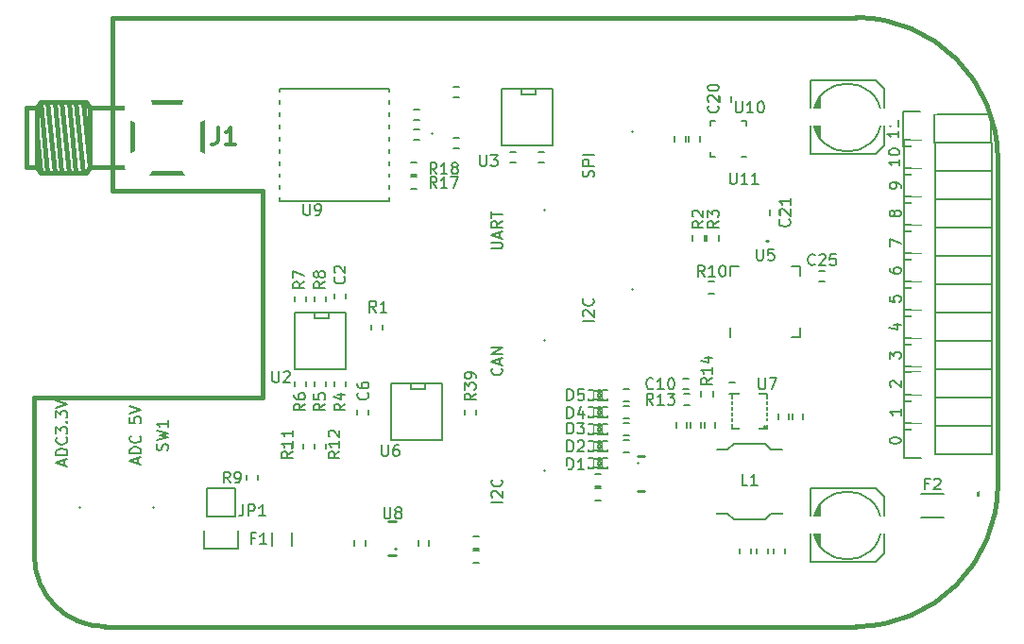
<source format=gto>
%TF.GenerationSoftware,KiCad,Pcbnew,no-vcs-found-product*%
%TF.CreationDate,2015-07-24T02:24:40+02:00*%
%TF.JobID,robocape,726F626F636170652E6B696361645F70,rev?*%
%TF.FileFunction,Legend,Top*%
%FSLAX46Y46*%
G04 Gerber Fmt 4.6, Leading zero omitted, Abs format (unit mm)*
G04 Created by KiCad (PCBNEW no-vcs-found-product) date Fre 24 Jul 2015 02:24:40 CEST*
%MOMM*%
G01*
G04 APERTURE LIST*
%ADD10C,0.100000*%
%ADD11C,0.150000*%
%ADD12C,0.250000*%
%ADD13C,0.381000*%
%ADD14C,0.031750*%
%ADD15C,0.304800*%
%ADD16R,0.990600X2.540000*%
%ADD17R,0.550000X0.200000*%
%ADD18R,0.200000X0.550000*%
%ADD19R,0.875000X0.800000*%
%ADD20R,1.600000X0.800000*%
%ADD21R,3.000000X2.100000*%
%ADD22R,0.500000X0.600000*%
%ADD23R,0.600000X0.500000*%
%ADD24R,3.599180X1.600200*%
%ADD25R,1.727200X2.032000*%
%ADD26O,1.727200X2.032000*%
%ADD27R,1.500000X1.500000*%
%ADD28C,1.500000*%
%ADD29R,0.797560X0.797560*%
%ADD30R,1.300000X0.700000*%
%ADD31R,0.900000X1.700000*%
%ADD32C,2.500000*%
%ADD33C,2.600000*%
%ADD34R,2.032000X2.032000*%
%ADD35O,2.032000X2.032000*%
%ADD36R,1.700000X5.700000*%
%ADD37R,1.200000X0.800000*%
%ADD38R,0.600000X0.400000*%
%ADD39R,0.400000X0.600000*%
%ADD40R,1.600000X1.000000*%
%ADD41R,1.143000X0.508000*%
%ADD42R,0.370000X1.000000*%
%ADD43R,1.000000X0.370000*%
%ADD44R,1.062500X1.062500*%
%ADD45R,1.220000X0.620000*%
%ADD46R,1.800000X0.700000*%
%ADD47R,1.800000X0.800000*%
%ADD48R,1.100000X0.600000*%
%ADD49R,1.400000X1.150000*%
%ADD50C,4.572000*%
%ADD51R,1.651000X1.651000*%
%ADD52C,1.300480*%
%ADD53R,0.990000X0.420000*%
%ADD54R,0.850000X0.280000*%
%ADD55R,1.700000X3.550000*%
G04 APERTURE END LIST*
D10*
D11*
X137490000Y-47803000D02*
X137490000Y-48203000D01*
X137490000Y-47803000D02*
X137090000Y-47803000D01*
X134290000Y-47803000D02*
X134290000Y-48203000D01*
X134290000Y-47803000D02*
X134690000Y-47803000D01*
X134290000Y-51003000D02*
X134290000Y-50603000D01*
X134290000Y-51003000D02*
X134690000Y-51003000D01*
X137490000Y-51003000D02*
X137090000Y-51003000D01*
D12*
X119356000Y-55783000D02*
X119366000Y-55783000D01*
D11*
X108110000Y-85390000D02*
X108110000Y-85890000D01*
X109060000Y-85890000D02*
X109060000Y-85390000D01*
X102395000Y-85390000D02*
X102395000Y-85890000D01*
X103345000Y-85890000D02*
X103345000Y-85390000D01*
X142588000Y-74545000D02*
X142588000Y-74045000D01*
X141638000Y-74045000D02*
X141638000Y-74545000D01*
X141318000Y-74545000D02*
X141318000Y-74045000D01*
X140368000Y-74045000D02*
X140368000Y-74545000D01*
X118876000Y-51529000D02*
X119376000Y-51529000D01*
X119376000Y-50579000D02*
X118876000Y-50579000D01*
X100617000Y-63250000D02*
X100617000Y-63750000D01*
X101567000Y-63750000D02*
X101567000Y-63250000D01*
X116836000Y-50579000D02*
X116336000Y-50579000D01*
X116336000Y-51529000D02*
X116836000Y-51529000D01*
X111756000Y-49309000D02*
X111256000Y-49309000D01*
X111256000Y-50259000D02*
X111756000Y-50259000D01*
X111256000Y-45687000D02*
X111756000Y-45687000D01*
X111756000Y-44737000D02*
X111256000Y-44737000D01*
X102649000Y-73664000D02*
X102649000Y-74164000D01*
X103599000Y-74164000D02*
X103599000Y-73664000D01*
X136021000Y-72230000D02*
X136521000Y-72230000D01*
X136521000Y-71280000D02*
X136021000Y-71280000D01*
X132330000Y-70899000D02*
X131830000Y-70899000D01*
X131830000Y-71849000D02*
X132330000Y-71849000D01*
X134714000Y-75307000D02*
X134714000Y-74807000D01*
X133764000Y-74807000D02*
X133764000Y-75307000D01*
X133444000Y-75307000D02*
X133444000Y-74807000D01*
X132494000Y-74807000D02*
X132494000Y-75307000D01*
X132174000Y-75307000D02*
X132174000Y-74807000D01*
X131224000Y-74807000D02*
X131224000Y-75307000D01*
X108200000Y-46769000D02*
X107700000Y-46769000D01*
X107700000Y-47719000D02*
X108200000Y-47719000D01*
X132047000Y-49653000D02*
X132047000Y-49153000D01*
X131097000Y-49153000D02*
X131097000Y-49653000D01*
X133317000Y-49653000D02*
X133317000Y-49153000D01*
X132367000Y-49153000D02*
X132367000Y-49653000D01*
X108200000Y-48547000D02*
X107700000Y-48547000D01*
X107700000Y-49497000D02*
X108200000Y-49497000D01*
X135161000Y-45597000D02*
X135161000Y-46097000D01*
X136111000Y-46097000D02*
X136111000Y-45597000D01*
X139606000Y-55757000D02*
X139606000Y-56257000D01*
X140556000Y-56257000D02*
X140556000Y-55757000D01*
X137889000Y-86610000D02*
X137889000Y-86110000D01*
X136939000Y-86110000D02*
X136939000Y-86610000D01*
X143637000Y-83312000D02*
X143637000Y-84836000D01*
X143764000Y-85217000D02*
X143764000Y-82931000D01*
X143891000Y-82677000D02*
X143891000Y-85471000D01*
X144018000Y-85725000D02*
X144018000Y-82423000D01*
X144145000Y-82296000D02*
X144145000Y-85852000D01*
X149606000Y-84074000D02*
G75*
G03X149606000Y-84074000I-3048000J0D01*
G01*
X143256000Y-80772000D02*
X143256000Y-87376000D01*
X143256000Y-87376000D02*
X149098000Y-87376000D01*
X149098000Y-87376000D02*
X149860000Y-86614000D01*
X149860000Y-86614000D02*
X149860000Y-81534000D01*
X149860000Y-81534000D02*
X149098000Y-80772000D01*
X149098000Y-80772000D02*
X143256000Y-80772000D01*
X148717000Y-84074000D02*
X147955000Y-84074000D01*
X148336000Y-83693000D02*
X148336000Y-84455000D01*
X143637000Y-46736000D02*
X143637000Y-48260000D01*
X143764000Y-48641000D02*
X143764000Y-46355000D01*
X143891000Y-46101000D02*
X143891000Y-48895000D01*
X144018000Y-49149000D02*
X144018000Y-45847000D01*
X144145000Y-45720000D02*
X144145000Y-49276000D01*
X149606000Y-47498000D02*
G75*
G03X149606000Y-47498000I-3048000J0D01*
G01*
X143256000Y-44196000D02*
X143256000Y-50800000D01*
X143256000Y-50800000D02*
X149098000Y-50800000D01*
X149098000Y-50800000D02*
X149860000Y-50038000D01*
X149860000Y-50038000D02*
X149860000Y-44958000D01*
X149860000Y-44958000D02*
X149098000Y-44196000D01*
X149098000Y-44196000D02*
X143256000Y-44196000D01*
X148717000Y-47498000D02*
X147955000Y-47498000D01*
X148336000Y-47117000D02*
X148336000Y-47879000D01*
X154432000Y-77724000D02*
X159512000Y-77724000D01*
X159512000Y-77724000D02*
X159512000Y-75184000D01*
X159512000Y-75184000D02*
X154432000Y-75184000D01*
X151612000Y-74904000D02*
X153162000Y-74904000D01*
X154432000Y-75184000D02*
X154432000Y-77724000D01*
X153162000Y-78004000D02*
X151612000Y-78004000D01*
X151612000Y-78004000D02*
X151612000Y-74904000D01*
X154432000Y-75170000D02*
X159512000Y-75170000D01*
X159512000Y-75170000D02*
X159512000Y-72630000D01*
X159512000Y-72630000D02*
X154432000Y-72630000D01*
X151612000Y-72350000D02*
X153162000Y-72350000D01*
X154432000Y-72630000D02*
X154432000Y-75170000D01*
X153162000Y-75450000D02*
X151612000Y-75450000D01*
X151612000Y-75450000D02*
X151612000Y-72350000D01*
X154430000Y-72644000D02*
X159510000Y-72644000D01*
X159510000Y-72644000D02*
X159510000Y-70104000D01*
X159510000Y-70104000D02*
X154430000Y-70104000D01*
X151610000Y-69824000D02*
X153160000Y-69824000D01*
X154430000Y-70104000D02*
X154430000Y-72644000D01*
X153160000Y-72924000D02*
X151610000Y-72924000D01*
X151610000Y-72924000D02*
X151610000Y-69824000D01*
D12*
X127230000Y-62895000D02*
X127240000Y-62895000D01*
D11*
X154432000Y-70070000D02*
X159512000Y-70070000D01*
X159512000Y-70070000D02*
X159512000Y-67530000D01*
X159512000Y-67530000D02*
X154432000Y-67530000D01*
X151612000Y-67250000D02*
X153162000Y-67250000D01*
X154432000Y-67530000D02*
X154432000Y-70070000D01*
X153162000Y-70350000D02*
X151612000Y-70350000D01*
X151612000Y-70350000D02*
X151612000Y-67250000D01*
X154432000Y-67564000D02*
X159512000Y-67564000D01*
X159512000Y-67564000D02*
X159512000Y-65024000D01*
X159512000Y-65024000D02*
X154432000Y-65024000D01*
X151612000Y-64744000D02*
X153162000Y-64744000D01*
X154432000Y-65024000D02*
X154432000Y-67564000D01*
X153162000Y-67844000D02*
X151612000Y-67844000D01*
X151612000Y-67844000D02*
X151612000Y-64744000D01*
X154432000Y-65024000D02*
X159512000Y-65024000D01*
X159512000Y-65024000D02*
X159512000Y-62484000D01*
X159512000Y-62484000D02*
X154432000Y-62484000D01*
X151612000Y-62204000D02*
X153162000Y-62204000D01*
X154432000Y-62484000D02*
X154432000Y-65024000D01*
X153162000Y-65304000D02*
X151612000Y-65304000D01*
X151612000Y-65304000D02*
X151612000Y-62204000D01*
D12*
X119356000Y-67467000D02*
X119366000Y-67467000D01*
D11*
X154432000Y-62470000D02*
X159512000Y-62470000D01*
X159512000Y-62470000D02*
X159512000Y-59930000D01*
X159512000Y-59930000D02*
X154432000Y-59930000D01*
X151612000Y-59650000D02*
X153162000Y-59650000D01*
X154432000Y-59930000D02*
X154432000Y-62470000D01*
X153162000Y-62750000D02*
X151612000Y-62750000D01*
X151612000Y-62750000D02*
X151612000Y-59650000D01*
X154432000Y-59944000D02*
X159512000Y-59944000D01*
X159512000Y-59944000D02*
X159512000Y-57404000D01*
X159512000Y-57404000D02*
X154432000Y-57404000D01*
X151612000Y-57124000D02*
X153162000Y-57124000D01*
X154432000Y-57404000D02*
X154432000Y-59944000D01*
X153162000Y-60224000D02*
X151612000Y-60224000D01*
X151612000Y-60224000D02*
X151612000Y-57124000D01*
X154432000Y-57404000D02*
X159512000Y-57404000D01*
X159512000Y-57404000D02*
X159512000Y-54864000D01*
X159512000Y-54864000D02*
X154432000Y-54864000D01*
X151612000Y-54584000D02*
X153162000Y-54584000D01*
X154432000Y-54864000D02*
X154432000Y-57404000D01*
X153162000Y-57684000D02*
X151612000Y-57684000D01*
X151612000Y-57684000D02*
X151612000Y-54584000D01*
X154432000Y-54864000D02*
X159512000Y-54864000D01*
X159512000Y-54864000D02*
X159512000Y-52324000D01*
X159512000Y-52324000D02*
X154432000Y-52324000D01*
X151612000Y-52044000D02*
X153162000Y-52044000D01*
X154432000Y-52324000D02*
X154432000Y-54864000D01*
X153162000Y-55144000D02*
X151612000Y-55144000D01*
X151612000Y-55144000D02*
X151612000Y-52044000D01*
X154432000Y-52324000D02*
X159512000Y-52324000D01*
X159512000Y-52324000D02*
X159512000Y-49784000D01*
X159512000Y-49784000D02*
X154432000Y-49784000D01*
X151612000Y-49504000D02*
X153162000Y-49504000D01*
X154432000Y-49784000D02*
X154432000Y-52324000D01*
X153162000Y-52604000D02*
X151612000Y-52604000D01*
X151612000Y-52604000D02*
X151612000Y-49504000D01*
X154390000Y-49784000D02*
X159470000Y-49784000D01*
X159470000Y-49784000D02*
X159470000Y-47244000D01*
X159470000Y-47244000D02*
X154390000Y-47244000D01*
X151570000Y-46964000D02*
X153120000Y-46964000D01*
X154390000Y-47244000D02*
X154390000Y-49784000D01*
X153120000Y-50064000D02*
X151570000Y-50064000D01*
X151570000Y-50064000D02*
X151570000Y-46964000D01*
D12*
X119356000Y-79151000D02*
X119366000Y-79151000D01*
X127230000Y-48691000D02*
X127240000Y-48691000D01*
X77700000Y-82453000D02*
X77710000Y-82453000D01*
X84304000Y-82453000D02*
X84314000Y-82453000D01*
D11*
X124655580Y-78935580D02*
X124655580Y-78036420D01*
X124655580Y-78036420D02*
X125054360Y-78036420D01*
X125054360Y-78935580D02*
X125054360Y-78036420D01*
X124655580Y-78935580D02*
X125054360Y-78935580D01*
X123357640Y-78935580D02*
X123357640Y-78036420D01*
X123357640Y-78036420D02*
X123756420Y-78036420D01*
X123756420Y-78935580D02*
X123756420Y-78036420D01*
X123357640Y-78935580D02*
X123756420Y-78935580D01*
X124206000Y-78935580D02*
X124206000Y-78785720D01*
X124206000Y-78785720D02*
X124505720Y-78785720D01*
X124505720Y-78935580D02*
X124505720Y-78785720D01*
X124206000Y-78935580D02*
X124505720Y-78935580D01*
X124206000Y-78186280D02*
X124206000Y-78036420D01*
X124206000Y-78036420D02*
X124505720Y-78036420D01*
X124505720Y-78186280D02*
X124505720Y-78036420D01*
X124206000Y-78186280D02*
X124505720Y-78186280D01*
X124206000Y-78635860D02*
X124206000Y-78336140D01*
X124206000Y-78336140D02*
X124505720Y-78336140D01*
X124505720Y-78635860D02*
X124505720Y-78336140D01*
X124206000Y-78635860D02*
X124505720Y-78635860D01*
X124655580Y-78884780D02*
X123756420Y-78884780D01*
X124655580Y-78087220D02*
X123756420Y-78087220D01*
X124655580Y-77411580D02*
X124655580Y-76512420D01*
X124655580Y-76512420D02*
X125054360Y-76512420D01*
X125054360Y-77411580D02*
X125054360Y-76512420D01*
X124655580Y-77411580D02*
X125054360Y-77411580D01*
X123357640Y-77411580D02*
X123357640Y-76512420D01*
X123357640Y-76512420D02*
X123756420Y-76512420D01*
X123756420Y-77411580D02*
X123756420Y-76512420D01*
X123357640Y-77411580D02*
X123756420Y-77411580D01*
X124206000Y-77411580D02*
X124206000Y-77261720D01*
X124206000Y-77261720D02*
X124505720Y-77261720D01*
X124505720Y-77411580D02*
X124505720Y-77261720D01*
X124206000Y-77411580D02*
X124505720Y-77411580D01*
X124206000Y-76662280D02*
X124206000Y-76512420D01*
X124206000Y-76512420D02*
X124505720Y-76512420D01*
X124505720Y-76662280D02*
X124505720Y-76512420D01*
X124206000Y-76662280D02*
X124505720Y-76662280D01*
X124206000Y-77111860D02*
X124206000Y-76812140D01*
X124206000Y-76812140D02*
X124505720Y-76812140D01*
X124505720Y-77111860D02*
X124505720Y-76812140D01*
X124206000Y-77111860D02*
X124505720Y-77111860D01*
X124655580Y-77360780D02*
X123756420Y-77360780D01*
X124655580Y-76563220D02*
X123756420Y-76563220D01*
X124655580Y-75887580D02*
X124655580Y-74988420D01*
X124655580Y-74988420D02*
X125054360Y-74988420D01*
X125054360Y-75887580D02*
X125054360Y-74988420D01*
X124655580Y-75887580D02*
X125054360Y-75887580D01*
X123357640Y-75887580D02*
X123357640Y-74988420D01*
X123357640Y-74988420D02*
X123756420Y-74988420D01*
X123756420Y-75887580D02*
X123756420Y-74988420D01*
X123357640Y-75887580D02*
X123756420Y-75887580D01*
X124206000Y-75887580D02*
X124206000Y-75737720D01*
X124206000Y-75737720D02*
X124505720Y-75737720D01*
X124505720Y-75887580D02*
X124505720Y-75737720D01*
X124206000Y-75887580D02*
X124505720Y-75887580D01*
X124206000Y-75138280D02*
X124206000Y-74988420D01*
X124206000Y-74988420D02*
X124505720Y-74988420D01*
X124505720Y-75138280D02*
X124505720Y-74988420D01*
X124206000Y-75138280D02*
X124505720Y-75138280D01*
X124206000Y-75587860D02*
X124206000Y-75288140D01*
X124206000Y-75288140D02*
X124505720Y-75288140D01*
X124505720Y-75587860D02*
X124505720Y-75288140D01*
X124206000Y-75587860D02*
X124505720Y-75587860D01*
X124655580Y-75836780D02*
X123756420Y-75836780D01*
X124655580Y-75039220D02*
X123756420Y-75039220D01*
X124655580Y-74363580D02*
X124655580Y-73464420D01*
X124655580Y-73464420D02*
X125054360Y-73464420D01*
X125054360Y-74363580D02*
X125054360Y-73464420D01*
X124655580Y-74363580D02*
X125054360Y-74363580D01*
X123357640Y-74363580D02*
X123357640Y-73464420D01*
X123357640Y-73464420D02*
X123756420Y-73464420D01*
X123756420Y-74363580D02*
X123756420Y-73464420D01*
X123357640Y-74363580D02*
X123756420Y-74363580D01*
X124206000Y-74363580D02*
X124206000Y-74213720D01*
X124206000Y-74213720D02*
X124505720Y-74213720D01*
X124505720Y-74363580D02*
X124505720Y-74213720D01*
X124206000Y-74363580D02*
X124505720Y-74363580D01*
X124206000Y-73614280D02*
X124206000Y-73464420D01*
X124206000Y-73464420D02*
X124505720Y-73464420D01*
X124505720Y-73614280D02*
X124505720Y-73464420D01*
X124206000Y-73614280D02*
X124505720Y-73614280D01*
X124206000Y-74063860D02*
X124206000Y-73764140D01*
X124206000Y-73764140D02*
X124505720Y-73764140D01*
X124505720Y-74063860D02*
X124505720Y-73764140D01*
X124206000Y-74063860D02*
X124505720Y-74063860D01*
X124655580Y-74312780D02*
X123756420Y-74312780D01*
X124655580Y-73515220D02*
X123756420Y-73515220D01*
X124655580Y-72839580D02*
X124655580Y-71940420D01*
X124655580Y-71940420D02*
X125054360Y-71940420D01*
X125054360Y-72839580D02*
X125054360Y-71940420D01*
X124655580Y-72839580D02*
X125054360Y-72839580D01*
X123357640Y-72839580D02*
X123357640Y-71940420D01*
X123357640Y-71940420D02*
X123756420Y-71940420D01*
X123756420Y-72839580D02*
X123756420Y-71940420D01*
X123357640Y-72839580D02*
X123756420Y-72839580D01*
X124206000Y-72839580D02*
X124206000Y-72689720D01*
X124206000Y-72689720D02*
X124505720Y-72689720D01*
X124505720Y-72839580D02*
X124505720Y-72689720D01*
X124206000Y-72839580D02*
X124505720Y-72839580D01*
X124206000Y-72090280D02*
X124206000Y-71940420D01*
X124206000Y-71940420D02*
X124505720Y-71940420D01*
X124505720Y-72090280D02*
X124505720Y-71940420D01*
X124206000Y-72090280D02*
X124505720Y-72090280D01*
X124206000Y-72539860D02*
X124206000Y-72240140D01*
X124206000Y-72240140D02*
X124505720Y-72240140D01*
X124505720Y-72539860D02*
X124505720Y-72240140D01*
X124206000Y-72539860D02*
X124505720Y-72539860D01*
X124655580Y-72788780D02*
X123756420Y-72788780D01*
X124655580Y-71991220D02*
X123756420Y-71991220D01*
X96760000Y-84678000D02*
X96760000Y-85878000D01*
X95010000Y-85878000D02*
X95010000Y-84678000D01*
X153178000Y-81221000D02*
X155178000Y-81221000D01*
X155178000Y-83371000D02*
X153178000Y-83371000D01*
D13*
X73941940Y-46616620D02*
X72997060Y-46616620D01*
X73941940Y-51935380D02*
X72997060Y-51935380D01*
X82448400Y-51935380D02*
X78668880Y-51935380D01*
X82448400Y-46616620D02*
X78668880Y-46616620D01*
X74256900Y-52468780D02*
X73941940Y-49009300D01*
X78038960Y-46083220D02*
X78668880Y-51935380D01*
X78038960Y-52468780D02*
X77409040Y-46083220D01*
X77409040Y-52468780D02*
X76779120Y-46083220D01*
X76779120Y-52468780D02*
X76149200Y-46083220D01*
X76149200Y-52468780D02*
X75516740Y-46083220D01*
X75516740Y-52468780D02*
X74886820Y-46083220D01*
X74886820Y-52468780D02*
X74256900Y-46083220D01*
X74256900Y-52468780D02*
X73941940Y-51935380D01*
X73941940Y-51935380D02*
X73941940Y-46616620D01*
X73941940Y-46616620D02*
X74256900Y-46083220D01*
X74256900Y-46083220D02*
X78353920Y-46083220D01*
X78353920Y-46083220D02*
X78668880Y-46616620D01*
X78668880Y-46616620D02*
X78668880Y-51935380D01*
X78668880Y-51935380D02*
X78353920Y-52468780D01*
X78353920Y-52468780D02*
X74256900Y-52468780D01*
X72997060Y-46616620D02*
X72997060Y-51935380D01*
X82448400Y-52425600D02*
X82448400Y-46126400D01*
X82448400Y-46126400D02*
X88747600Y-46126400D01*
X88747600Y-46126400D02*
X88747600Y-52425600D01*
X88747600Y-52425600D02*
X82448400Y-52425600D01*
D11*
X89154000Y-83312000D02*
X89154000Y-80772000D01*
X88874000Y-86132000D02*
X88874000Y-84582000D01*
X89154000Y-83312000D02*
X91694000Y-83312000D01*
X91974000Y-84582000D02*
X91974000Y-86132000D01*
X91974000Y-86132000D02*
X88874000Y-86132000D01*
X91694000Y-83312000D02*
X91694000Y-80772000D01*
X91694000Y-80772000D02*
X89154000Y-80772000D01*
X139195000Y-83537000D02*
X136395000Y-83537000D01*
X136395000Y-83537000D02*
X135845000Y-82987000D01*
X135845000Y-82987000D02*
X134845000Y-82987000D01*
X134845000Y-82987000D02*
X134845000Y-77287000D01*
X134845000Y-77287000D02*
X135845000Y-77287000D01*
X135845000Y-77287000D02*
X136395000Y-76737000D01*
X136395000Y-76737000D02*
X139195000Y-76737000D01*
X139195000Y-76737000D02*
X139745000Y-77287000D01*
X139745000Y-77287000D02*
X140745000Y-77287000D01*
X140745000Y-77287000D02*
X140745000Y-82987000D01*
X140745000Y-82987000D02*
X139745000Y-82987000D01*
X139745000Y-82987000D02*
X139195000Y-83537000D01*
D12*
X128366000Y-80986000D02*
X127746000Y-80986000D01*
X128366000Y-77886000D02*
X127746000Y-77886000D01*
X127756000Y-78486000D02*
X127746000Y-78486000D01*
D11*
X104919000Y-66544000D02*
X104919000Y-66044000D01*
X103869000Y-66044000D02*
X103869000Y-66544000D01*
X132698000Y-58043000D02*
X132698000Y-58543000D01*
X133748000Y-58543000D02*
X133748000Y-58043000D01*
X133968000Y-58043000D02*
X133968000Y-58543000D01*
X135018000Y-58543000D02*
X135018000Y-58043000D01*
X100567000Y-71124000D02*
X100567000Y-71624000D01*
X101617000Y-71624000D02*
X101617000Y-71124000D01*
X98789000Y-71124000D02*
X98789000Y-71624000D01*
X99839000Y-71624000D02*
X99839000Y-71124000D01*
X97011000Y-71124000D02*
X97011000Y-71624000D01*
X98061000Y-71624000D02*
X98061000Y-71124000D01*
X97011000Y-63504000D02*
X97011000Y-64004000D01*
X98061000Y-64004000D02*
X98061000Y-63504000D01*
X98789000Y-63504000D02*
X98789000Y-64004000D01*
X99839000Y-64004000D02*
X99839000Y-63504000D01*
X92693000Y-79506000D02*
X92693000Y-80006000D01*
X93743000Y-80006000D02*
X93743000Y-79506000D01*
X134616000Y-62213000D02*
X134116000Y-62213000D01*
X134116000Y-63263000D02*
X134616000Y-63263000D01*
X97807000Y-77212000D02*
X97807000Y-76712000D01*
X96757000Y-76712000D02*
X96757000Y-77212000D01*
X99839000Y-77212000D02*
X99839000Y-76712000D01*
X98789000Y-76712000D02*
X98789000Y-77212000D01*
X132457000Y-72246000D02*
X131957000Y-72246000D01*
X131957000Y-73296000D02*
X132457000Y-73296000D01*
X133460000Y-72013000D02*
X133460000Y-72513000D01*
X134510000Y-72513000D02*
X134510000Y-72013000D01*
X124456000Y-79485000D02*
X123956000Y-79485000D01*
X123956000Y-80535000D02*
X124456000Y-80535000D01*
X123956000Y-81805000D02*
X124456000Y-81805000D01*
X124456000Y-80755000D02*
X123956000Y-80755000D01*
X107446000Y-53865000D02*
X107946000Y-53865000D01*
X107946000Y-52815000D02*
X107446000Y-52815000D01*
X107446000Y-52595000D02*
X107946000Y-52595000D01*
X107946000Y-51545000D02*
X107446000Y-51545000D01*
X126496000Y-77487000D02*
X126996000Y-77487000D01*
X126996000Y-76437000D02*
X126496000Y-76437000D01*
X126496000Y-75963000D02*
X126996000Y-75963000D01*
X126996000Y-74913000D02*
X126496000Y-74913000D01*
X126496000Y-74439000D02*
X126996000Y-74439000D01*
X126996000Y-73389000D02*
X126496000Y-73389000D01*
X126496000Y-72915000D02*
X126996000Y-72915000D01*
X126996000Y-71865000D02*
X126496000Y-71865000D01*
X113534000Y-86343000D02*
X113034000Y-86343000D01*
X113034000Y-87393000D02*
X113534000Y-87393000D01*
X113534000Y-85073000D02*
X113034000Y-85073000D01*
X113034000Y-86123000D02*
X113534000Y-86123000D01*
X140987000Y-86610000D02*
X140987000Y-86110000D01*
X139937000Y-86110000D02*
X139937000Y-86610000D01*
X139463000Y-86610000D02*
X139463000Y-86110000D01*
X138413000Y-86110000D02*
X138413000Y-86610000D01*
X101600000Y-65024000D02*
X101600000Y-70104000D01*
X101600000Y-70104000D02*
X97028000Y-70104000D01*
X97028000Y-70104000D02*
X97028000Y-65024000D01*
X97028000Y-65024000D02*
X101600000Y-65024000D01*
X100076000Y-65024000D02*
X100076000Y-65532000D01*
X100076000Y-65532000D02*
X98806000Y-65532000D01*
X98806000Y-65532000D02*
X98806000Y-65024000D01*
X120142000Y-44958000D02*
X120142000Y-50038000D01*
X120142000Y-50038000D02*
X115570000Y-50038000D01*
X115570000Y-50038000D02*
X115570000Y-44958000D01*
X115570000Y-44958000D02*
X120142000Y-44958000D01*
X118618000Y-44958000D02*
X118618000Y-45466000D01*
X118618000Y-45466000D02*
X117348000Y-45466000D01*
X117348000Y-45466000D02*
X117348000Y-44958000D01*
X136042000Y-60858000D02*
X136832000Y-60858000D01*
X142342000Y-67158000D02*
X141552000Y-67158000D01*
X142342000Y-60858000D02*
X141552000Y-60858000D01*
X136042000Y-67158000D02*
X136042000Y-66368000D01*
X142342000Y-67158000D02*
X142342000Y-66368000D01*
X142342000Y-60858000D02*
X142342000Y-61648000D01*
X136042000Y-60858000D02*
X136042000Y-61648000D01*
X110236000Y-71374000D02*
X110236000Y-76454000D01*
X110236000Y-76454000D02*
X105664000Y-76454000D01*
X105664000Y-76454000D02*
X105664000Y-71374000D01*
X105664000Y-71374000D02*
X110236000Y-71374000D01*
X108712000Y-71374000D02*
X108712000Y-71882000D01*
X108712000Y-71882000D02*
X107442000Y-71882000D01*
X107442000Y-71882000D02*
X107442000Y-71374000D01*
D12*
X105441000Y-83667000D02*
X106061000Y-83667000D01*
X105441000Y-86767000D02*
X106061000Y-86767000D01*
X106051000Y-86167000D02*
X106061000Y-86167000D01*
D11*
X105484000Y-54706000D02*
X105484000Y-54956000D01*
X105484000Y-54956000D02*
X95684000Y-54956000D01*
X95684000Y-54956000D02*
X95684000Y-44906000D01*
X95684000Y-44906000D02*
X105484000Y-44906000D01*
X105484000Y-44906000D02*
X105484000Y-54706000D01*
D12*
X139446000Y-58547000D02*
X139319000Y-58547000D01*
X109306000Y-48898000D02*
X109306000Y-48908000D01*
D11*
X113301000Y-74164000D02*
X113301000Y-73664000D01*
X112251000Y-73664000D02*
X112251000Y-74164000D01*
X144022000Y-62197000D02*
X144522000Y-62197000D01*
X144522000Y-61247000D02*
X144022000Y-61247000D01*
D13*
X147355000Y-38525000D02*
X80680000Y-38525000D01*
X80680000Y-54019000D02*
X94142000Y-54019000D01*
X80680000Y-38525000D02*
X80680000Y-54019000D01*
X73695000Y-72561000D02*
X73695000Y-85515000D01*
X73695000Y-72561000D02*
X94142000Y-72561000D01*
X94142000Y-72561000D02*
X94142000Y-54019000D01*
X73695000Y-86785000D02*
X73695000Y-85515000D01*
X147355000Y-93135000D02*
X80045000Y-93135000D01*
X160055000Y-80435000D02*
X160055000Y-51225000D01*
X147355000Y-93135000D02*
G75*
G03X160055000Y-80435000I0J12700000D01*
G01*
X160055000Y-51225000D02*
G75*
G03X147355000Y-38525000I-12700000J0D01*
G01*
X73695000Y-86785000D02*
G75*
G03X80045000Y-93135000I6350000J0D01*
G01*
D11*
X139212801Y-75230000D02*
G75*
G03X139212801Y-75230000I-72801J0D01*
G01*
X139370000Y-75420000D02*
X139370000Y-72280000D01*
X139370000Y-72280000D02*
X136230000Y-72280000D01*
X136230000Y-72280000D02*
X136230000Y-75420000D01*
X136230000Y-75420000D02*
X139370000Y-75420000D01*
X136561905Y-46052381D02*
X136561905Y-46861905D01*
X136609524Y-46957143D01*
X136657143Y-47004762D01*
X136752381Y-47052381D01*
X136942858Y-47052381D01*
X137038096Y-47004762D01*
X137085715Y-46957143D01*
X137133334Y-46861905D01*
X137133334Y-46052381D01*
X138133334Y-47052381D02*
X137561905Y-47052381D01*
X137847619Y-47052381D02*
X137847619Y-46052381D01*
X137752381Y-46195238D01*
X137657143Y-46290476D01*
X137561905Y-46338095D01*
X138752381Y-46052381D02*
X138847620Y-46052381D01*
X138942858Y-46100000D01*
X138990477Y-46147619D01*
X139038096Y-46242857D01*
X139085715Y-46433333D01*
X139085715Y-46671429D01*
X139038096Y-46861905D01*
X138990477Y-46957143D01*
X138942858Y-47004762D01*
X138847620Y-47052381D01*
X138752381Y-47052381D01*
X138657143Y-47004762D01*
X138609524Y-46957143D01*
X138561905Y-46861905D01*
X138514286Y-46671429D01*
X138514286Y-46433333D01*
X138561905Y-46242857D01*
X138609524Y-46147619D01*
X138657143Y-46100000D01*
X138752381Y-46052381D01*
X114652381Y-59253238D02*
X115461905Y-59253238D01*
X115557143Y-59205619D01*
X115604762Y-59158000D01*
X115652381Y-59062762D01*
X115652381Y-58872285D01*
X115604762Y-58777047D01*
X115557143Y-58729428D01*
X115461905Y-58681809D01*
X114652381Y-58681809D01*
X115366667Y-58253238D02*
X115366667Y-57777047D01*
X115652381Y-58348476D02*
X114652381Y-58015143D01*
X115652381Y-57681809D01*
X115652381Y-56777047D02*
X115176190Y-57110381D01*
X115652381Y-57348476D02*
X114652381Y-57348476D01*
X114652381Y-56967523D01*
X114700000Y-56872285D01*
X114747619Y-56824666D01*
X114842857Y-56777047D01*
X114985714Y-56777047D01*
X115080952Y-56824666D01*
X115128571Y-56872285D01*
X115176190Y-56967523D01*
X115176190Y-57348476D01*
X114652381Y-56491333D02*
X114652381Y-55919904D01*
X115652381Y-56205619D02*
X114652381Y-56205619D01*
X101457143Y-61766666D02*
X101504762Y-61814285D01*
X101552381Y-61957142D01*
X101552381Y-62052380D01*
X101504762Y-62195238D01*
X101409524Y-62290476D01*
X101314286Y-62338095D01*
X101123810Y-62385714D01*
X100980952Y-62385714D01*
X100790476Y-62338095D01*
X100695238Y-62290476D01*
X100600000Y-62195238D01*
X100552381Y-62052380D01*
X100552381Y-61957142D01*
X100600000Y-61814285D01*
X100647619Y-61766666D01*
X100647619Y-61385714D02*
X100600000Y-61338095D01*
X100552381Y-61242857D01*
X100552381Y-61004761D01*
X100600000Y-60909523D01*
X100647619Y-60861904D01*
X100742857Y-60814285D01*
X100838095Y-60814285D01*
X100980952Y-60861904D01*
X101552381Y-61433333D01*
X101552381Y-60814285D01*
X103557143Y-72166666D02*
X103604762Y-72214285D01*
X103652381Y-72357142D01*
X103652381Y-72452380D01*
X103604762Y-72595238D01*
X103509524Y-72690476D01*
X103414286Y-72738095D01*
X103223810Y-72785714D01*
X103080952Y-72785714D01*
X102890476Y-72738095D01*
X102795238Y-72690476D01*
X102700000Y-72595238D01*
X102652381Y-72452380D01*
X102652381Y-72357142D01*
X102700000Y-72214285D01*
X102747619Y-72166666D01*
X102652381Y-71309523D02*
X102652381Y-71500000D01*
X102700000Y-71595238D01*
X102747619Y-71642857D01*
X102890476Y-71738095D01*
X103080952Y-71785714D01*
X103461905Y-71785714D01*
X103557143Y-71738095D01*
X103604762Y-71690476D01*
X103652381Y-71595238D01*
X103652381Y-71404761D01*
X103604762Y-71309523D01*
X103557143Y-71261904D01*
X103461905Y-71214285D01*
X103223810Y-71214285D01*
X103128571Y-71261904D01*
X103080952Y-71309523D01*
X103033333Y-71404761D01*
X103033333Y-71595238D01*
X103080952Y-71690476D01*
X103128571Y-71738095D01*
X103223810Y-71785714D01*
X129157143Y-71757143D02*
X129109524Y-71804762D01*
X128966667Y-71852381D01*
X128871429Y-71852381D01*
X128728571Y-71804762D01*
X128633333Y-71709524D01*
X128585714Y-71614286D01*
X128538095Y-71423810D01*
X128538095Y-71280952D01*
X128585714Y-71090476D01*
X128633333Y-70995238D01*
X128728571Y-70900000D01*
X128871429Y-70852381D01*
X128966667Y-70852381D01*
X129109524Y-70900000D01*
X129157143Y-70947619D01*
X130109524Y-71852381D02*
X129538095Y-71852381D01*
X129823809Y-71852381D02*
X129823809Y-70852381D01*
X129728571Y-70995238D01*
X129633333Y-71090476D01*
X129538095Y-71138095D01*
X130728571Y-70852381D02*
X130823810Y-70852381D01*
X130919048Y-70900000D01*
X130966667Y-70947619D01*
X131014286Y-71042857D01*
X131061905Y-71233333D01*
X131061905Y-71471429D01*
X131014286Y-71661905D01*
X130966667Y-71757143D01*
X130919048Y-71804762D01*
X130823810Y-71852381D01*
X130728571Y-71852381D01*
X130633333Y-71804762D01*
X130585714Y-71757143D01*
X130538095Y-71661905D01*
X130490476Y-71471429D01*
X130490476Y-71233333D01*
X130538095Y-71042857D01*
X130585714Y-70947619D01*
X130633333Y-70900000D01*
X130728571Y-70852381D01*
X134957143Y-46442857D02*
X135004762Y-46490476D01*
X135052381Y-46633333D01*
X135052381Y-46728571D01*
X135004762Y-46871429D01*
X134909524Y-46966667D01*
X134814286Y-47014286D01*
X134623810Y-47061905D01*
X134480952Y-47061905D01*
X134290476Y-47014286D01*
X134195238Y-46966667D01*
X134100000Y-46871429D01*
X134052381Y-46728571D01*
X134052381Y-46633333D01*
X134100000Y-46490476D01*
X134147619Y-46442857D01*
X134147619Y-46061905D02*
X134100000Y-46014286D01*
X134052381Y-45919048D01*
X134052381Y-45680952D01*
X134100000Y-45585714D01*
X134147619Y-45538095D01*
X134242857Y-45490476D01*
X134338095Y-45490476D01*
X134480952Y-45538095D01*
X135052381Y-46109524D01*
X135052381Y-45490476D01*
X134052381Y-44871429D02*
X134052381Y-44776190D01*
X134100000Y-44680952D01*
X134147619Y-44633333D01*
X134242857Y-44585714D01*
X134433333Y-44538095D01*
X134671429Y-44538095D01*
X134861905Y-44585714D01*
X134957143Y-44633333D01*
X135004762Y-44680952D01*
X135052381Y-44776190D01*
X135052381Y-44871429D01*
X135004762Y-44966667D01*
X134957143Y-45014286D01*
X134861905Y-45061905D01*
X134671429Y-45109524D01*
X134433333Y-45109524D01*
X134242857Y-45061905D01*
X134147619Y-45014286D01*
X134100000Y-44966667D01*
X134052381Y-44871429D01*
X141357143Y-56642857D02*
X141404762Y-56690476D01*
X141452381Y-56833333D01*
X141452381Y-56928571D01*
X141404762Y-57071429D01*
X141309524Y-57166667D01*
X141214286Y-57214286D01*
X141023810Y-57261905D01*
X140880952Y-57261905D01*
X140690476Y-57214286D01*
X140595238Y-57166667D01*
X140500000Y-57071429D01*
X140452381Y-56928571D01*
X140452381Y-56833333D01*
X140500000Y-56690476D01*
X140547619Y-56642857D01*
X140547619Y-56261905D02*
X140500000Y-56214286D01*
X140452381Y-56119048D01*
X140452381Y-55880952D01*
X140500000Y-55785714D01*
X140547619Y-55738095D01*
X140642857Y-55690476D01*
X140738095Y-55690476D01*
X140880952Y-55738095D01*
X141452381Y-56309524D01*
X141452381Y-55690476D01*
X141452381Y-54738095D02*
X141452381Y-55309524D01*
X141452381Y-55023810D02*
X140452381Y-55023810D01*
X140595238Y-55119048D01*
X140690476Y-55214286D01*
X140738095Y-55309524D01*
X150352381Y-76501619D02*
X150352381Y-76406380D01*
X150400000Y-76311142D01*
X150447619Y-76263523D01*
X150542857Y-76215904D01*
X150733333Y-76168285D01*
X150971429Y-76168285D01*
X151161905Y-76215904D01*
X151257143Y-76263523D01*
X151304762Y-76311142D01*
X151352381Y-76406380D01*
X151352381Y-76501619D01*
X151304762Y-76596857D01*
X151257143Y-76644476D01*
X151161905Y-76692095D01*
X150971429Y-76739714D01*
X150733333Y-76739714D01*
X150542857Y-76692095D01*
X150447619Y-76644476D01*
X150400000Y-76596857D01*
X150352381Y-76501619D01*
X151352381Y-73614285D02*
X151352381Y-74185714D01*
X151352381Y-73900000D02*
X150352381Y-73900000D01*
X150495238Y-73995238D01*
X150590476Y-74090476D01*
X150638095Y-74185714D01*
X150487619Y-71659714D02*
X150440000Y-71612095D01*
X150392381Y-71516857D01*
X150392381Y-71278761D01*
X150440000Y-71183523D01*
X150487619Y-71135904D01*
X150582857Y-71088285D01*
X150678095Y-71088285D01*
X150820952Y-71135904D01*
X151392381Y-71707333D01*
X151392381Y-71088285D01*
X123852381Y-65746190D02*
X122852381Y-65746190D01*
X122947619Y-65317619D02*
X122900000Y-65270000D01*
X122852381Y-65174762D01*
X122852381Y-64936666D01*
X122900000Y-64841428D01*
X122947619Y-64793809D01*
X123042857Y-64746190D01*
X123138095Y-64746190D01*
X123280952Y-64793809D01*
X123852381Y-65365238D01*
X123852381Y-64746190D01*
X123757143Y-63746190D02*
X123804762Y-63793809D01*
X123852381Y-63936666D01*
X123852381Y-64031904D01*
X123804762Y-64174762D01*
X123709524Y-64270000D01*
X123614286Y-64317619D01*
X123423810Y-64365238D01*
X123280952Y-64365238D01*
X123090476Y-64317619D01*
X122995238Y-64270000D01*
X122900000Y-64174762D01*
X122852381Y-64031904D01*
X122852381Y-63936666D01*
X122900000Y-63793809D01*
X122947619Y-63746190D01*
X150352381Y-69133333D02*
X150352381Y-68514285D01*
X150733333Y-68847619D01*
X150733333Y-68704761D01*
X150780952Y-68609523D01*
X150828571Y-68561904D01*
X150923810Y-68514285D01*
X151161905Y-68514285D01*
X151257143Y-68561904D01*
X151304762Y-68609523D01*
X151352381Y-68704761D01*
X151352381Y-68990476D01*
X151304762Y-69085714D01*
X151257143Y-69133333D01*
X150685714Y-66059523D02*
X151352381Y-66059523D01*
X150304762Y-66297619D02*
X151019048Y-66535714D01*
X151019048Y-65916666D01*
X150352381Y-63515904D02*
X150352381Y-63992095D01*
X150828571Y-64039714D01*
X150780952Y-63992095D01*
X150733333Y-63896857D01*
X150733333Y-63658761D01*
X150780952Y-63563523D01*
X150828571Y-63515904D01*
X150923810Y-63468285D01*
X151161905Y-63468285D01*
X151257143Y-63515904D01*
X151304762Y-63563523D01*
X151352381Y-63658761D01*
X151352381Y-63896857D01*
X151304762Y-63992095D01*
X151257143Y-64039714D01*
X115557143Y-69984857D02*
X115604762Y-70032476D01*
X115652381Y-70175333D01*
X115652381Y-70270571D01*
X115604762Y-70413429D01*
X115509524Y-70508667D01*
X115414286Y-70556286D01*
X115223810Y-70603905D01*
X115080952Y-70603905D01*
X114890476Y-70556286D01*
X114795238Y-70508667D01*
X114700000Y-70413429D01*
X114652381Y-70270571D01*
X114652381Y-70175333D01*
X114700000Y-70032476D01*
X114747619Y-69984857D01*
X115366667Y-69603905D02*
X115366667Y-69127714D01*
X115652381Y-69699143D02*
X114652381Y-69365810D01*
X115652381Y-69032476D01*
X115652381Y-68699143D02*
X114652381Y-68699143D01*
X115652381Y-68127714D01*
X114652381Y-68127714D01*
X150352381Y-61009523D02*
X150352381Y-61200000D01*
X150400000Y-61295238D01*
X150447619Y-61342857D01*
X150590476Y-61438095D01*
X150780952Y-61485714D01*
X151161905Y-61485714D01*
X151257143Y-61438095D01*
X151304762Y-61390476D01*
X151352381Y-61295238D01*
X151352381Y-61104761D01*
X151304762Y-61009523D01*
X151257143Y-60961904D01*
X151161905Y-60914285D01*
X150923810Y-60914285D01*
X150828571Y-60961904D01*
X150780952Y-61009523D01*
X150733333Y-61104761D01*
X150733333Y-61295238D01*
X150780952Y-61390476D01*
X150828571Y-61438095D01*
X150923810Y-61485714D01*
X150352381Y-59033333D02*
X150352381Y-58366666D01*
X151352381Y-58795238D01*
X150780952Y-56195238D02*
X150733333Y-56290476D01*
X150685714Y-56338095D01*
X150590476Y-56385714D01*
X150542857Y-56385714D01*
X150447619Y-56338095D01*
X150400000Y-56290476D01*
X150352381Y-56195238D01*
X150352381Y-56004761D01*
X150400000Y-55909523D01*
X150447619Y-55861904D01*
X150542857Y-55814285D01*
X150590476Y-55814285D01*
X150685714Y-55861904D01*
X150733333Y-55909523D01*
X150780952Y-56004761D01*
X150780952Y-56195238D01*
X150828571Y-56290476D01*
X150876190Y-56338095D01*
X150971429Y-56385714D01*
X151161905Y-56385714D01*
X151257143Y-56338095D01*
X151304762Y-56290476D01*
X151352381Y-56195238D01*
X151352381Y-56004761D01*
X151304762Y-55909523D01*
X151257143Y-55861904D01*
X151161905Y-55814285D01*
X150971429Y-55814285D01*
X150876190Y-55861904D01*
X150828571Y-55909523D01*
X150780952Y-56004761D01*
X151352381Y-53790476D02*
X151352381Y-53600000D01*
X151304762Y-53504761D01*
X151257143Y-53457142D01*
X151114286Y-53361904D01*
X150923810Y-53314285D01*
X150542857Y-53314285D01*
X150447619Y-53361904D01*
X150400000Y-53409523D01*
X150352381Y-53504761D01*
X150352381Y-53695238D01*
X150400000Y-53790476D01*
X150447619Y-53838095D01*
X150542857Y-53885714D01*
X150780952Y-53885714D01*
X150876190Y-53838095D01*
X150923810Y-53790476D01*
X150971429Y-53695238D01*
X150971429Y-53504761D01*
X150923810Y-53409523D01*
X150876190Y-53361904D01*
X150780952Y-53314285D01*
X151252381Y-51244476D02*
X151252381Y-51815905D01*
X151252381Y-51530191D02*
X150252381Y-51530191D01*
X150395238Y-51625429D01*
X150490476Y-51720667D01*
X150538095Y-51815905D01*
X150252381Y-50625429D02*
X150252381Y-50530190D01*
X150300000Y-50434952D01*
X150347619Y-50387333D01*
X150442857Y-50339714D01*
X150633333Y-50292095D01*
X150871429Y-50292095D01*
X151061905Y-50339714D01*
X151157143Y-50387333D01*
X151204762Y-50434952D01*
X151252381Y-50530190D01*
X151252381Y-50625429D01*
X151204762Y-50720667D01*
X151157143Y-50768286D01*
X151061905Y-50815905D01*
X150871429Y-50863524D01*
X150633333Y-50863524D01*
X150442857Y-50815905D01*
X150347619Y-50768286D01*
X150300000Y-50720667D01*
X150252381Y-50625429D01*
X151152381Y-48704476D02*
X151152381Y-49275905D01*
X151152381Y-48990191D02*
X150152381Y-48990191D01*
X150295238Y-49085429D01*
X150390476Y-49180667D01*
X150438095Y-49275905D01*
X151152381Y-47752095D02*
X151152381Y-48323524D01*
X151152381Y-48037810D02*
X150152381Y-48037810D01*
X150295238Y-48133048D01*
X150390476Y-48228286D01*
X150438095Y-48323524D01*
D14*
X158287357Y-81561214D02*
X158293405Y-81567262D01*
X158299452Y-81585405D01*
X158299452Y-81597500D01*
X158293405Y-81615643D01*
X158281310Y-81627738D01*
X158269214Y-81633786D01*
X158245024Y-81639834D01*
X158226881Y-81639834D01*
X158202690Y-81633786D01*
X158190595Y-81627738D01*
X158178500Y-81615643D01*
X158172452Y-81597500D01*
X158172452Y-81585405D01*
X158178500Y-81567262D01*
X158184548Y-81561214D01*
X158172452Y-81482595D02*
X158172452Y-81458405D01*
X158178500Y-81446310D01*
X158190595Y-81434214D01*
X158214786Y-81428167D01*
X158257119Y-81428167D01*
X158281310Y-81434214D01*
X158293405Y-81446310D01*
X158299452Y-81458405D01*
X158299452Y-81482595D01*
X158293405Y-81494691D01*
X158281310Y-81506786D01*
X158257119Y-81512834D01*
X158214786Y-81512834D01*
X158190595Y-81506786D01*
X158178500Y-81494691D01*
X158172452Y-81482595D01*
X158299452Y-81373738D02*
X158172452Y-81373738D01*
X158299452Y-81301166D01*
X158172452Y-81301166D01*
X158299452Y-81240690D02*
X158172452Y-81240690D01*
X158299452Y-81168118D01*
X158172452Y-81168118D01*
X158299452Y-81041118D02*
X158299452Y-81113690D01*
X158299452Y-81077404D02*
X158172452Y-81077404D01*
X158190595Y-81089499D01*
X158202690Y-81101594D01*
X158208738Y-81113690D01*
X158172452Y-80932261D02*
X158172452Y-80956452D01*
X158178500Y-80968547D01*
X158184548Y-80974595D01*
X158202690Y-80986690D01*
X158226881Y-80992738D01*
X158275262Y-80992738D01*
X158287357Y-80986690D01*
X158293405Y-80980642D01*
X158299452Y-80968547D01*
X158299452Y-80944357D01*
X158293405Y-80932261D01*
X158287357Y-80926214D01*
X158275262Y-80920166D01*
X158245024Y-80920166D01*
X158232929Y-80926214D01*
X158226881Y-80932261D01*
X158220833Y-80944357D01*
X158220833Y-80968547D01*
X158226881Y-80980642D01*
X158232929Y-80986690D01*
X158245024Y-80992738D01*
X158299452Y-81449333D02*
X158172452Y-81449333D01*
X158172452Y-81400952D01*
X158178500Y-81388857D01*
X158184548Y-81382809D01*
X158196643Y-81376761D01*
X158214786Y-81376761D01*
X158226881Y-81382809D01*
X158232929Y-81388857D01*
X158238976Y-81400952D01*
X158238976Y-81449333D01*
X158172452Y-81334428D02*
X158299452Y-81304190D01*
X158208738Y-81280000D01*
X158299452Y-81255809D01*
X158172452Y-81225571D01*
X158299452Y-81104618D02*
X158238976Y-81146952D01*
X158299452Y-81177190D02*
X158172452Y-81177190D01*
X158172452Y-81128809D01*
X158178500Y-81116714D01*
X158184548Y-81110666D01*
X158196643Y-81104618D01*
X158214786Y-81104618D01*
X158226881Y-81110666D01*
X158232929Y-81116714D01*
X158238976Y-81128809D01*
X158238976Y-81177190D01*
D11*
X115652381Y-81976190D02*
X114652381Y-81976190D01*
X114747619Y-81547619D02*
X114700000Y-81500000D01*
X114652381Y-81404762D01*
X114652381Y-81166666D01*
X114700000Y-81071428D01*
X114747619Y-81023809D01*
X114842857Y-80976190D01*
X114938095Y-80976190D01*
X115080952Y-81023809D01*
X115652381Y-81595238D01*
X115652381Y-80976190D01*
X115557143Y-79976190D02*
X115604762Y-80023809D01*
X115652381Y-80166666D01*
X115652381Y-80261904D01*
X115604762Y-80404762D01*
X115509524Y-80500000D01*
X115414286Y-80547619D01*
X115223810Y-80595238D01*
X115080952Y-80595238D01*
X114890476Y-80547619D01*
X114795238Y-80500000D01*
X114700000Y-80404762D01*
X114652381Y-80261904D01*
X114652381Y-80166666D01*
X114700000Y-80023809D01*
X114747619Y-79976190D01*
X123804762Y-52823809D02*
X123852381Y-52680952D01*
X123852381Y-52442856D01*
X123804762Y-52347618D01*
X123757143Y-52299999D01*
X123661905Y-52252380D01*
X123566667Y-52252380D01*
X123471429Y-52299999D01*
X123423810Y-52347618D01*
X123376190Y-52442856D01*
X123328571Y-52633333D01*
X123280952Y-52728571D01*
X123233333Y-52776190D01*
X123138095Y-52823809D01*
X123042857Y-52823809D01*
X122947619Y-52776190D01*
X122900000Y-52728571D01*
X122852381Y-52633333D01*
X122852381Y-52395237D01*
X122900000Y-52252380D01*
X123852381Y-51823809D02*
X122852381Y-51823809D01*
X122852381Y-51442856D01*
X122900000Y-51347618D01*
X122947619Y-51299999D01*
X123042857Y-51252380D01*
X123185714Y-51252380D01*
X123280952Y-51299999D01*
X123328571Y-51347618D01*
X123376190Y-51442856D01*
X123376190Y-51823809D01*
X123852381Y-50823809D02*
X122852381Y-50823809D01*
X76366667Y-78657143D02*
X76366667Y-78180952D01*
X76652381Y-78752381D02*
X75652381Y-78419048D01*
X76652381Y-78085714D01*
X76652381Y-77752381D02*
X75652381Y-77752381D01*
X75652381Y-77514286D01*
X75700000Y-77371428D01*
X75795238Y-77276190D01*
X75890476Y-77228571D01*
X76080952Y-77180952D01*
X76223810Y-77180952D01*
X76414286Y-77228571D01*
X76509524Y-77276190D01*
X76604762Y-77371428D01*
X76652381Y-77514286D01*
X76652381Y-77752381D01*
X76557143Y-76180952D02*
X76604762Y-76228571D01*
X76652381Y-76371428D01*
X76652381Y-76466666D01*
X76604762Y-76609524D01*
X76509524Y-76704762D01*
X76414286Y-76752381D01*
X76223810Y-76800000D01*
X76080952Y-76800000D01*
X75890476Y-76752381D01*
X75795238Y-76704762D01*
X75700000Y-76609524D01*
X75652381Y-76466666D01*
X75652381Y-76371428D01*
X75700000Y-76228571D01*
X75747619Y-76180952D01*
X75652381Y-75847619D02*
X75652381Y-75228571D01*
X76033333Y-75561905D01*
X76033333Y-75419047D01*
X76080952Y-75323809D01*
X76128571Y-75276190D01*
X76223810Y-75228571D01*
X76461905Y-75228571D01*
X76557143Y-75276190D01*
X76604762Y-75323809D01*
X76652381Y-75419047D01*
X76652381Y-75704762D01*
X76604762Y-75800000D01*
X76557143Y-75847619D01*
X76557143Y-74800000D02*
X76604762Y-74752381D01*
X76652381Y-74800000D01*
X76604762Y-74847619D01*
X76557143Y-74800000D01*
X76652381Y-74800000D01*
X75652381Y-74419048D02*
X75652381Y-73800000D01*
X76033333Y-74133334D01*
X76033333Y-73990476D01*
X76080952Y-73895238D01*
X76128571Y-73847619D01*
X76223810Y-73800000D01*
X76461905Y-73800000D01*
X76557143Y-73847619D01*
X76604762Y-73895238D01*
X76652381Y-73990476D01*
X76652381Y-74276191D01*
X76604762Y-74371429D01*
X76557143Y-74419048D01*
X75652381Y-73514286D02*
X76652381Y-73180953D01*
X75652381Y-72847619D01*
X82966667Y-78523810D02*
X82966667Y-78047619D01*
X83252381Y-78619048D02*
X82252381Y-78285715D01*
X83252381Y-77952381D01*
X83252381Y-77619048D02*
X82252381Y-77619048D01*
X82252381Y-77380953D01*
X82300000Y-77238095D01*
X82395238Y-77142857D01*
X82490476Y-77095238D01*
X82680952Y-77047619D01*
X82823810Y-77047619D01*
X83014286Y-77095238D01*
X83109524Y-77142857D01*
X83204762Y-77238095D01*
X83252381Y-77380953D01*
X83252381Y-77619048D01*
X83157143Y-76047619D02*
X83204762Y-76095238D01*
X83252381Y-76238095D01*
X83252381Y-76333333D01*
X83204762Y-76476191D01*
X83109524Y-76571429D01*
X83014286Y-76619048D01*
X82823810Y-76666667D01*
X82680952Y-76666667D01*
X82490476Y-76619048D01*
X82395238Y-76571429D01*
X82300000Y-76476191D01*
X82252381Y-76333333D01*
X82252381Y-76238095D01*
X82300000Y-76095238D01*
X82347619Y-76047619D01*
X82252381Y-74380952D02*
X82252381Y-74857143D01*
X82728571Y-74904762D01*
X82680952Y-74857143D01*
X82633333Y-74761905D01*
X82633333Y-74523809D01*
X82680952Y-74428571D01*
X82728571Y-74380952D01*
X82823810Y-74333333D01*
X83061905Y-74333333D01*
X83157143Y-74380952D01*
X83204762Y-74428571D01*
X83252381Y-74523809D01*
X83252381Y-74761905D01*
X83204762Y-74857143D01*
X83157143Y-74904762D01*
X82252381Y-74047619D02*
X83252381Y-73714286D01*
X82252381Y-73380952D01*
X121461905Y-79052381D02*
X121461905Y-78052381D01*
X121700000Y-78052381D01*
X121842858Y-78100000D01*
X121938096Y-78195238D01*
X121985715Y-78290476D01*
X122033334Y-78480952D01*
X122033334Y-78623810D01*
X121985715Y-78814286D01*
X121938096Y-78909524D01*
X121842858Y-79004762D01*
X121700000Y-79052381D01*
X121461905Y-79052381D01*
X122985715Y-79052381D02*
X122414286Y-79052381D01*
X122700000Y-79052381D02*
X122700000Y-78052381D01*
X122604762Y-78195238D01*
X122509524Y-78290476D01*
X122414286Y-78338095D01*
X121461905Y-77452381D02*
X121461905Y-76452381D01*
X121700000Y-76452381D01*
X121842858Y-76500000D01*
X121938096Y-76595238D01*
X121985715Y-76690476D01*
X122033334Y-76880952D01*
X122033334Y-77023810D01*
X121985715Y-77214286D01*
X121938096Y-77309524D01*
X121842858Y-77404762D01*
X121700000Y-77452381D01*
X121461905Y-77452381D01*
X122414286Y-76547619D02*
X122461905Y-76500000D01*
X122557143Y-76452381D01*
X122795239Y-76452381D01*
X122890477Y-76500000D01*
X122938096Y-76547619D01*
X122985715Y-76642857D01*
X122985715Y-76738095D01*
X122938096Y-76880952D01*
X122366667Y-77452381D01*
X122985715Y-77452381D01*
X121461905Y-75852381D02*
X121461905Y-74852381D01*
X121700000Y-74852381D01*
X121842858Y-74900000D01*
X121938096Y-74995238D01*
X121985715Y-75090476D01*
X122033334Y-75280952D01*
X122033334Y-75423810D01*
X121985715Y-75614286D01*
X121938096Y-75709524D01*
X121842858Y-75804762D01*
X121700000Y-75852381D01*
X121461905Y-75852381D01*
X122366667Y-74852381D02*
X122985715Y-74852381D01*
X122652381Y-75233333D01*
X122795239Y-75233333D01*
X122890477Y-75280952D01*
X122938096Y-75328571D01*
X122985715Y-75423810D01*
X122985715Y-75661905D01*
X122938096Y-75757143D01*
X122890477Y-75804762D01*
X122795239Y-75852381D01*
X122509524Y-75852381D01*
X122414286Y-75804762D01*
X122366667Y-75757143D01*
X121461905Y-74452381D02*
X121461905Y-73452381D01*
X121700000Y-73452381D01*
X121842858Y-73500000D01*
X121938096Y-73595238D01*
X121985715Y-73690476D01*
X122033334Y-73880952D01*
X122033334Y-74023810D01*
X121985715Y-74214286D01*
X121938096Y-74309524D01*
X121842858Y-74404762D01*
X121700000Y-74452381D01*
X121461905Y-74452381D01*
X122890477Y-73785714D02*
X122890477Y-74452381D01*
X122652381Y-73404762D02*
X122414286Y-74119048D01*
X123033334Y-74119048D01*
X121461905Y-72852381D02*
X121461905Y-71852381D01*
X121700000Y-71852381D01*
X121842858Y-71900000D01*
X121938096Y-71995238D01*
X121985715Y-72090476D01*
X122033334Y-72280952D01*
X122033334Y-72423810D01*
X121985715Y-72614286D01*
X121938096Y-72709524D01*
X121842858Y-72804762D01*
X121700000Y-72852381D01*
X121461905Y-72852381D01*
X122938096Y-71852381D02*
X122461905Y-71852381D01*
X122414286Y-72328571D01*
X122461905Y-72280952D01*
X122557143Y-72233333D01*
X122795239Y-72233333D01*
X122890477Y-72280952D01*
X122938096Y-72328571D01*
X122985715Y-72423810D01*
X122985715Y-72661905D01*
X122938096Y-72757143D01*
X122890477Y-72804762D01*
X122795239Y-72852381D01*
X122557143Y-72852381D01*
X122461905Y-72804762D01*
X122414286Y-72757143D01*
X93451667Y-85206571D02*
X93118333Y-85206571D01*
X93118333Y-85730381D02*
X93118333Y-84730381D01*
X93594524Y-84730381D01*
X94499286Y-85730381D02*
X93927857Y-85730381D01*
X94213571Y-85730381D02*
X94213571Y-84730381D01*
X94118333Y-84873238D01*
X94023095Y-84968476D01*
X93927857Y-85016095D01*
X153866667Y-80328571D02*
X153533333Y-80328571D01*
X153533333Y-80852381D02*
X153533333Y-79852381D01*
X154009524Y-79852381D01*
X154342857Y-79947619D02*
X154390476Y-79900000D01*
X154485714Y-79852381D01*
X154723810Y-79852381D01*
X154819048Y-79900000D01*
X154866667Y-79947619D01*
X154914286Y-80042857D01*
X154914286Y-80138095D01*
X154866667Y-80280952D01*
X154295238Y-80852381D01*
X154914286Y-80852381D01*
D15*
X90170000Y-48415429D02*
X90170000Y-49504000D01*
X90097428Y-49721714D01*
X89952285Y-49866857D01*
X89734571Y-49939429D01*
X89589428Y-49939429D01*
X91694000Y-49939429D02*
X90823143Y-49939429D01*
X91258571Y-49939429D02*
X91258571Y-48415429D01*
X91113428Y-48633143D01*
X90968286Y-48778286D01*
X90823143Y-48850857D01*
D11*
X92416667Y-82202381D02*
X92416667Y-82916667D01*
X92369047Y-83059524D01*
X92273809Y-83154762D01*
X92130952Y-83202381D01*
X92035714Y-83202381D01*
X92892857Y-83202381D02*
X92892857Y-82202381D01*
X93273810Y-82202381D01*
X93369048Y-82250000D01*
X93416667Y-82297619D01*
X93464286Y-82392857D01*
X93464286Y-82535714D01*
X93416667Y-82630952D01*
X93369048Y-82678571D01*
X93273810Y-82726190D01*
X92892857Y-82726190D01*
X94416667Y-83202381D02*
X93845238Y-83202381D01*
X94130952Y-83202381D02*
X94130952Y-82202381D01*
X94035714Y-82345238D01*
X93940476Y-82440476D01*
X93845238Y-82488095D01*
X137633334Y-80452381D02*
X137157143Y-80452381D01*
X137157143Y-79452381D01*
X138490477Y-80452381D02*
X137919048Y-80452381D01*
X138204762Y-80452381D02*
X138204762Y-79452381D01*
X138109524Y-79595238D01*
X138014286Y-79690476D01*
X137919048Y-79738095D01*
X104333334Y-64952381D02*
X104000000Y-64476190D01*
X103761905Y-64952381D02*
X103761905Y-63952381D01*
X104142858Y-63952381D01*
X104238096Y-64000000D01*
X104285715Y-64047619D01*
X104333334Y-64142857D01*
X104333334Y-64285714D01*
X104285715Y-64380952D01*
X104238096Y-64428571D01*
X104142858Y-64476190D01*
X103761905Y-64476190D01*
X105285715Y-64952381D02*
X104714286Y-64952381D01*
X105000000Y-64952381D02*
X105000000Y-63952381D01*
X104904762Y-64095238D01*
X104809524Y-64190476D01*
X104714286Y-64238095D01*
X133652381Y-56766666D02*
X133176190Y-57100000D01*
X133652381Y-57338095D02*
X132652381Y-57338095D01*
X132652381Y-56957142D01*
X132700000Y-56861904D01*
X132747619Y-56814285D01*
X132842857Y-56766666D01*
X132985714Y-56766666D01*
X133080952Y-56814285D01*
X133128571Y-56861904D01*
X133176190Y-56957142D01*
X133176190Y-57338095D01*
X132747619Y-56385714D02*
X132700000Y-56338095D01*
X132652381Y-56242857D01*
X132652381Y-56004761D01*
X132700000Y-55909523D01*
X132747619Y-55861904D01*
X132842857Y-55814285D01*
X132938095Y-55814285D01*
X133080952Y-55861904D01*
X133652381Y-56433333D01*
X133652381Y-55814285D01*
X135052381Y-56766666D02*
X134576190Y-57100000D01*
X135052381Y-57338095D02*
X134052381Y-57338095D01*
X134052381Y-56957142D01*
X134100000Y-56861904D01*
X134147619Y-56814285D01*
X134242857Y-56766666D01*
X134385714Y-56766666D01*
X134480952Y-56814285D01*
X134528571Y-56861904D01*
X134576190Y-56957142D01*
X134576190Y-57338095D01*
X134052381Y-56433333D02*
X134052381Y-55814285D01*
X134433333Y-56147619D01*
X134433333Y-56004761D01*
X134480952Y-55909523D01*
X134528571Y-55861904D01*
X134623810Y-55814285D01*
X134861905Y-55814285D01*
X134957143Y-55861904D01*
X135004762Y-55909523D01*
X135052381Y-56004761D01*
X135052381Y-56290476D01*
X135004762Y-56385714D01*
X134957143Y-56433333D01*
X101552381Y-73166666D02*
X101076190Y-73500000D01*
X101552381Y-73738095D02*
X100552381Y-73738095D01*
X100552381Y-73357142D01*
X100600000Y-73261904D01*
X100647619Y-73214285D01*
X100742857Y-73166666D01*
X100885714Y-73166666D01*
X100980952Y-73214285D01*
X101028571Y-73261904D01*
X101076190Y-73357142D01*
X101076190Y-73738095D01*
X100885714Y-72309523D02*
X101552381Y-72309523D01*
X100504762Y-72547619D02*
X101219048Y-72785714D01*
X101219048Y-72166666D01*
X99752381Y-73166666D02*
X99276190Y-73500000D01*
X99752381Y-73738095D02*
X98752381Y-73738095D01*
X98752381Y-73357142D01*
X98800000Y-73261904D01*
X98847619Y-73214285D01*
X98942857Y-73166666D01*
X99085714Y-73166666D01*
X99180952Y-73214285D01*
X99228571Y-73261904D01*
X99276190Y-73357142D01*
X99276190Y-73738095D01*
X98752381Y-72261904D02*
X98752381Y-72738095D01*
X99228571Y-72785714D01*
X99180952Y-72738095D01*
X99133333Y-72642857D01*
X99133333Y-72404761D01*
X99180952Y-72309523D01*
X99228571Y-72261904D01*
X99323810Y-72214285D01*
X99561905Y-72214285D01*
X99657143Y-72261904D01*
X99704762Y-72309523D01*
X99752381Y-72404761D01*
X99752381Y-72642857D01*
X99704762Y-72738095D01*
X99657143Y-72785714D01*
X97952381Y-73166666D02*
X97476190Y-73500000D01*
X97952381Y-73738095D02*
X96952381Y-73738095D01*
X96952381Y-73357142D01*
X97000000Y-73261904D01*
X97047619Y-73214285D01*
X97142857Y-73166666D01*
X97285714Y-73166666D01*
X97380952Y-73214285D01*
X97428571Y-73261904D01*
X97476190Y-73357142D01*
X97476190Y-73738095D01*
X96952381Y-72309523D02*
X96952381Y-72500000D01*
X97000000Y-72595238D01*
X97047619Y-72642857D01*
X97190476Y-72738095D01*
X97380952Y-72785714D01*
X97761905Y-72785714D01*
X97857143Y-72738095D01*
X97904762Y-72690476D01*
X97952381Y-72595238D01*
X97952381Y-72404761D01*
X97904762Y-72309523D01*
X97857143Y-72261904D01*
X97761905Y-72214285D01*
X97523810Y-72214285D01*
X97428571Y-72261904D01*
X97380952Y-72309523D01*
X97333333Y-72404761D01*
X97333333Y-72595238D01*
X97380952Y-72690476D01*
X97428571Y-72738095D01*
X97523810Y-72785714D01*
X97902381Y-62216666D02*
X97426190Y-62550000D01*
X97902381Y-62788095D02*
X96902381Y-62788095D01*
X96902381Y-62407142D01*
X96950000Y-62311904D01*
X96997619Y-62264285D01*
X97092857Y-62216666D01*
X97235714Y-62216666D01*
X97330952Y-62264285D01*
X97378571Y-62311904D01*
X97426190Y-62407142D01*
X97426190Y-62788095D01*
X96902381Y-61883333D02*
X96902381Y-61216666D01*
X97902381Y-61645238D01*
X99752381Y-62216666D02*
X99276190Y-62550000D01*
X99752381Y-62788095D02*
X98752381Y-62788095D01*
X98752381Y-62407142D01*
X98800000Y-62311904D01*
X98847619Y-62264285D01*
X98942857Y-62216666D01*
X99085714Y-62216666D01*
X99180952Y-62264285D01*
X99228571Y-62311904D01*
X99276190Y-62407142D01*
X99276190Y-62788095D01*
X99180952Y-61645238D02*
X99133333Y-61740476D01*
X99085714Y-61788095D01*
X98990476Y-61835714D01*
X98942857Y-61835714D01*
X98847619Y-61788095D01*
X98800000Y-61740476D01*
X98752381Y-61645238D01*
X98752381Y-61454761D01*
X98800000Y-61359523D01*
X98847619Y-61311904D01*
X98942857Y-61264285D01*
X98990476Y-61264285D01*
X99085714Y-61311904D01*
X99133333Y-61359523D01*
X99180952Y-61454761D01*
X99180952Y-61645238D01*
X99228571Y-61740476D01*
X99276190Y-61788095D01*
X99371429Y-61835714D01*
X99561905Y-61835714D01*
X99657143Y-61788095D01*
X99704762Y-61740476D01*
X99752381Y-61645238D01*
X99752381Y-61454761D01*
X99704762Y-61359523D01*
X99657143Y-61311904D01*
X99561905Y-61264285D01*
X99371429Y-61264285D01*
X99276190Y-61311904D01*
X99228571Y-61359523D01*
X99180952Y-61454761D01*
X91251334Y-80252381D02*
X90918000Y-79776190D01*
X90679905Y-80252381D02*
X90679905Y-79252381D01*
X91060858Y-79252381D01*
X91156096Y-79300000D01*
X91203715Y-79347619D01*
X91251334Y-79442857D01*
X91251334Y-79585714D01*
X91203715Y-79680952D01*
X91156096Y-79728571D01*
X91060858Y-79776190D01*
X90679905Y-79776190D01*
X91727524Y-80252381D02*
X91918000Y-80252381D01*
X92013239Y-80204762D01*
X92060858Y-80157143D01*
X92156096Y-80014286D01*
X92203715Y-79823810D01*
X92203715Y-79442857D01*
X92156096Y-79347619D01*
X92108477Y-79300000D01*
X92013239Y-79252381D01*
X91822762Y-79252381D01*
X91727524Y-79300000D01*
X91679905Y-79347619D01*
X91632286Y-79442857D01*
X91632286Y-79680952D01*
X91679905Y-79776190D01*
X91727524Y-79823810D01*
X91822762Y-79871429D01*
X92013239Y-79871429D01*
X92108477Y-79823810D01*
X92156096Y-79776190D01*
X92203715Y-79680952D01*
X133757143Y-61752381D02*
X133423809Y-61276190D01*
X133185714Y-61752381D02*
X133185714Y-60752381D01*
X133566667Y-60752381D01*
X133661905Y-60800000D01*
X133709524Y-60847619D01*
X133757143Y-60942857D01*
X133757143Y-61085714D01*
X133709524Y-61180952D01*
X133661905Y-61228571D01*
X133566667Y-61276190D01*
X133185714Y-61276190D01*
X134709524Y-61752381D02*
X134138095Y-61752381D01*
X134423809Y-61752381D02*
X134423809Y-60752381D01*
X134328571Y-60895238D01*
X134233333Y-60990476D01*
X134138095Y-61038095D01*
X135328571Y-60752381D02*
X135423810Y-60752381D01*
X135519048Y-60800000D01*
X135566667Y-60847619D01*
X135614286Y-60942857D01*
X135661905Y-61133333D01*
X135661905Y-61371429D01*
X135614286Y-61561905D01*
X135566667Y-61657143D01*
X135519048Y-61704762D01*
X135423810Y-61752381D01*
X135328571Y-61752381D01*
X135233333Y-61704762D01*
X135185714Y-61657143D01*
X135138095Y-61561905D01*
X135090476Y-61371429D01*
X135090476Y-61133333D01*
X135138095Y-60942857D01*
X135185714Y-60847619D01*
X135233333Y-60800000D01*
X135328571Y-60752381D01*
X96852381Y-77442857D02*
X96376190Y-77776191D01*
X96852381Y-78014286D02*
X95852381Y-78014286D01*
X95852381Y-77633333D01*
X95900000Y-77538095D01*
X95947619Y-77490476D01*
X96042857Y-77442857D01*
X96185714Y-77442857D01*
X96280952Y-77490476D01*
X96328571Y-77538095D01*
X96376190Y-77633333D01*
X96376190Y-78014286D01*
X96852381Y-76490476D02*
X96852381Y-77061905D01*
X96852381Y-76776191D02*
X95852381Y-76776191D01*
X95995238Y-76871429D01*
X96090476Y-76966667D01*
X96138095Y-77061905D01*
X96852381Y-75538095D02*
X96852381Y-76109524D01*
X96852381Y-75823810D02*
X95852381Y-75823810D01*
X95995238Y-75919048D01*
X96090476Y-76014286D01*
X96138095Y-76109524D01*
X101052381Y-77442857D02*
X100576190Y-77776191D01*
X101052381Y-78014286D02*
X100052381Y-78014286D01*
X100052381Y-77633333D01*
X100100000Y-77538095D01*
X100147619Y-77490476D01*
X100242857Y-77442857D01*
X100385714Y-77442857D01*
X100480952Y-77490476D01*
X100528571Y-77538095D01*
X100576190Y-77633333D01*
X100576190Y-78014286D01*
X101052381Y-76490476D02*
X101052381Y-77061905D01*
X101052381Y-76776191D02*
X100052381Y-76776191D01*
X100195238Y-76871429D01*
X100290476Y-76966667D01*
X100338095Y-77061905D01*
X100147619Y-76109524D02*
X100100000Y-76061905D01*
X100052381Y-75966667D01*
X100052381Y-75728571D01*
X100100000Y-75633333D01*
X100147619Y-75585714D01*
X100242857Y-75538095D01*
X100338095Y-75538095D01*
X100480952Y-75585714D01*
X101052381Y-76157143D01*
X101052381Y-75538095D01*
X129157143Y-73252381D02*
X128823809Y-72776190D01*
X128585714Y-73252381D02*
X128585714Y-72252381D01*
X128966667Y-72252381D01*
X129061905Y-72300000D01*
X129109524Y-72347619D01*
X129157143Y-72442857D01*
X129157143Y-72585714D01*
X129109524Y-72680952D01*
X129061905Y-72728571D01*
X128966667Y-72776190D01*
X128585714Y-72776190D01*
X130109524Y-73252381D02*
X129538095Y-73252381D01*
X129823809Y-73252381D02*
X129823809Y-72252381D01*
X129728571Y-72395238D01*
X129633333Y-72490476D01*
X129538095Y-72538095D01*
X130442857Y-72252381D02*
X131061905Y-72252381D01*
X130728571Y-72633333D01*
X130871429Y-72633333D01*
X130966667Y-72680952D01*
X131014286Y-72728571D01*
X131061905Y-72823810D01*
X131061905Y-73061905D01*
X131014286Y-73157143D01*
X130966667Y-73204762D01*
X130871429Y-73252381D01*
X130585714Y-73252381D01*
X130490476Y-73204762D01*
X130442857Y-73157143D01*
X134452381Y-70842857D02*
X133976190Y-71176191D01*
X134452381Y-71414286D02*
X133452381Y-71414286D01*
X133452381Y-71033333D01*
X133500000Y-70938095D01*
X133547619Y-70890476D01*
X133642857Y-70842857D01*
X133785714Y-70842857D01*
X133880952Y-70890476D01*
X133928571Y-70938095D01*
X133976190Y-71033333D01*
X133976190Y-71414286D01*
X134452381Y-69890476D02*
X134452381Y-70461905D01*
X134452381Y-70176191D02*
X133452381Y-70176191D01*
X133595238Y-70271429D01*
X133690476Y-70366667D01*
X133738095Y-70461905D01*
X133785714Y-69033333D02*
X134452381Y-69033333D01*
X133404762Y-69271429D02*
X134119048Y-69509524D01*
X134119048Y-68890476D01*
X109757143Y-53802381D02*
X109423809Y-53326190D01*
X109185714Y-53802381D02*
X109185714Y-52802381D01*
X109566667Y-52802381D01*
X109661905Y-52850000D01*
X109709524Y-52897619D01*
X109757143Y-52992857D01*
X109757143Y-53135714D01*
X109709524Y-53230952D01*
X109661905Y-53278571D01*
X109566667Y-53326190D01*
X109185714Y-53326190D01*
X110709524Y-53802381D02*
X110138095Y-53802381D01*
X110423809Y-53802381D02*
X110423809Y-52802381D01*
X110328571Y-52945238D01*
X110233333Y-53040476D01*
X110138095Y-53088095D01*
X111042857Y-52802381D02*
X111709524Y-52802381D01*
X111280952Y-53802381D01*
X109757143Y-52552381D02*
X109423809Y-52076190D01*
X109185714Y-52552381D02*
X109185714Y-51552381D01*
X109566667Y-51552381D01*
X109661905Y-51600000D01*
X109709524Y-51647619D01*
X109757143Y-51742857D01*
X109757143Y-51885714D01*
X109709524Y-51980952D01*
X109661905Y-52028571D01*
X109566667Y-52076190D01*
X109185714Y-52076190D01*
X110709524Y-52552381D02*
X110138095Y-52552381D01*
X110423809Y-52552381D02*
X110423809Y-51552381D01*
X110328571Y-51695238D01*
X110233333Y-51790476D01*
X110138095Y-51838095D01*
X111280952Y-51980952D02*
X111185714Y-51933333D01*
X111138095Y-51885714D01*
X111090476Y-51790476D01*
X111090476Y-51742857D01*
X111138095Y-51647619D01*
X111185714Y-51600000D01*
X111280952Y-51552381D01*
X111471429Y-51552381D01*
X111566667Y-51600000D01*
X111614286Y-51647619D01*
X111661905Y-51742857D01*
X111661905Y-51790476D01*
X111614286Y-51885714D01*
X111566667Y-51933333D01*
X111471429Y-51980952D01*
X111280952Y-51980952D01*
X111185714Y-52028571D01*
X111138095Y-52076190D01*
X111090476Y-52171429D01*
X111090476Y-52361905D01*
X111138095Y-52457143D01*
X111185714Y-52504762D01*
X111280952Y-52552381D01*
X111471429Y-52552381D01*
X111566667Y-52504762D01*
X111614286Y-52457143D01*
X111661905Y-52361905D01*
X111661905Y-52171429D01*
X111614286Y-52076190D01*
X111566667Y-52028571D01*
X111471429Y-51980952D01*
X85604762Y-77333333D02*
X85652381Y-77190476D01*
X85652381Y-76952380D01*
X85604762Y-76857142D01*
X85557143Y-76809523D01*
X85461905Y-76761904D01*
X85366667Y-76761904D01*
X85271429Y-76809523D01*
X85223810Y-76857142D01*
X85176190Y-76952380D01*
X85128571Y-77142857D01*
X85080952Y-77238095D01*
X85033333Y-77285714D01*
X84938095Y-77333333D01*
X84842857Y-77333333D01*
X84747619Y-77285714D01*
X84700000Y-77238095D01*
X84652381Y-77142857D01*
X84652381Y-76904761D01*
X84700000Y-76761904D01*
X84652381Y-76428571D02*
X85652381Y-76190476D01*
X84938095Y-75999999D01*
X85652381Y-75809523D01*
X84652381Y-75571428D01*
X85652381Y-74666666D02*
X85652381Y-75238095D01*
X85652381Y-74952381D02*
X84652381Y-74952381D01*
X84795238Y-75047619D01*
X84890476Y-75142857D01*
X84938095Y-75238095D01*
X95038095Y-70252381D02*
X95038095Y-71061905D01*
X95085714Y-71157143D01*
X95133333Y-71204762D01*
X95228571Y-71252381D01*
X95419048Y-71252381D01*
X95514286Y-71204762D01*
X95561905Y-71157143D01*
X95609524Y-71061905D01*
X95609524Y-70252381D01*
X96038095Y-70347619D02*
X96085714Y-70300000D01*
X96180952Y-70252381D01*
X96419048Y-70252381D01*
X96514286Y-70300000D01*
X96561905Y-70347619D01*
X96609524Y-70442857D01*
X96609524Y-70538095D01*
X96561905Y-70680952D01*
X95990476Y-71252381D01*
X96609524Y-71252381D01*
X113638095Y-50852381D02*
X113638095Y-51661905D01*
X113685714Y-51757143D01*
X113733333Y-51804762D01*
X113828571Y-51852381D01*
X114019048Y-51852381D01*
X114114286Y-51804762D01*
X114161905Y-51757143D01*
X114209524Y-51661905D01*
X114209524Y-50852381D01*
X114590476Y-50852381D02*
X115209524Y-50852381D01*
X114876190Y-51233333D01*
X115019048Y-51233333D01*
X115114286Y-51280952D01*
X115161905Y-51328571D01*
X115209524Y-51423810D01*
X115209524Y-51661905D01*
X115161905Y-51757143D01*
X115114286Y-51804762D01*
X115019048Y-51852381D01*
X114733333Y-51852381D01*
X114638095Y-51804762D01*
X114590476Y-51757143D01*
X138438095Y-59302381D02*
X138438095Y-60111905D01*
X138485714Y-60207143D01*
X138533333Y-60254762D01*
X138628571Y-60302381D01*
X138819048Y-60302381D01*
X138914286Y-60254762D01*
X138961905Y-60207143D01*
X139009524Y-60111905D01*
X139009524Y-59302381D01*
X139961905Y-59302381D02*
X139485714Y-59302381D01*
X139438095Y-59778571D01*
X139485714Y-59730952D01*
X139580952Y-59683333D01*
X139819048Y-59683333D01*
X139914286Y-59730952D01*
X139961905Y-59778571D01*
X140009524Y-59873810D01*
X140009524Y-60111905D01*
X139961905Y-60207143D01*
X139914286Y-60254762D01*
X139819048Y-60302381D01*
X139580952Y-60302381D01*
X139485714Y-60254762D01*
X139438095Y-60207143D01*
X104838095Y-76852381D02*
X104838095Y-77661905D01*
X104885714Y-77757143D01*
X104933333Y-77804762D01*
X105028571Y-77852381D01*
X105219048Y-77852381D01*
X105314286Y-77804762D01*
X105361905Y-77757143D01*
X105409524Y-77661905D01*
X105409524Y-76852381D01*
X106314286Y-76852381D02*
X106123809Y-76852381D01*
X106028571Y-76900000D01*
X105980952Y-76947619D01*
X105885714Y-77090476D01*
X105838095Y-77280952D01*
X105838095Y-77661905D01*
X105885714Y-77757143D01*
X105933333Y-77804762D01*
X106028571Y-77852381D01*
X106219048Y-77852381D01*
X106314286Y-77804762D01*
X106361905Y-77757143D01*
X106409524Y-77661905D01*
X106409524Y-77423810D01*
X106361905Y-77328571D01*
X106314286Y-77280952D01*
X106219048Y-77233333D01*
X106028571Y-77233333D01*
X105933333Y-77280952D01*
X105885714Y-77328571D01*
X105838095Y-77423810D01*
X105038095Y-82452381D02*
X105038095Y-83261905D01*
X105085714Y-83357143D01*
X105133333Y-83404762D01*
X105228571Y-83452381D01*
X105419048Y-83452381D01*
X105514286Y-83404762D01*
X105561905Y-83357143D01*
X105609524Y-83261905D01*
X105609524Y-82452381D01*
X106228571Y-82880952D02*
X106133333Y-82833333D01*
X106085714Y-82785714D01*
X106038095Y-82690476D01*
X106038095Y-82642857D01*
X106085714Y-82547619D01*
X106133333Y-82500000D01*
X106228571Y-82452381D01*
X106419048Y-82452381D01*
X106514286Y-82500000D01*
X106561905Y-82547619D01*
X106609524Y-82642857D01*
X106609524Y-82690476D01*
X106561905Y-82785714D01*
X106514286Y-82833333D01*
X106419048Y-82880952D01*
X106228571Y-82880952D01*
X106133333Y-82928571D01*
X106085714Y-82976190D01*
X106038095Y-83071429D01*
X106038095Y-83261905D01*
X106085714Y-83357143D01*
X106133333Y-83404762D01*
X106228571Y-83452381D01*
X106419048Y-83452381D01*
X106514286Y-83404762D01*
X106561905Y-83357143D01*
X106609524Y-83261905D01*
X106609524Y-83071429D01*
X106561905Y-82976190D01*
X106514286Y-82928571D01*
X106419048Y-82880952D01*
X97838095Y-55252381D02*
X97838095Y-56061905D01*
X97885714Y-56157143D01*
X97933333Y-56204762D01*
X98028571Y-56252381D01*
X98219048Y-56252381D01*
X98314286Y-56204762D01*
X98361905Y-56157143D01*
X98409524Y-56061905D01*
X98409524Y-55252381D01*
X98933333Y-56252381D02*
X99123809Y-56252381D01*
X99219048Y-56204762D01*
X99266667Y-56157143D01*
X99361905Y-56014286D01*
X99409524Y-55823810D01*
X99409524Y-55442857D01*
X99361905Y-55347619D01*
X99314286Y-55300000D01*
X99219048Y-55252381D01*
X99028571Y-55252381D01*
X98933333Y-55300000D01*
X98885714Y-55347619D01*
X98838095Y-55442857D01*
X98838095Y-55680952D01*
X98885714Y-55776190D01*
X98933333Y-55823810D01*
X99028571Y-55871429D01*
X99219048Y-55871429D01*
X99314286Y-55823810D01*
X99361905Y-55776190D01*
X99409524Y-55680952D01*
X136061905Y-52452381D02*
X136061905Y-53261905D01*
X136109524Y-53357143D01*
X136157143Y-53404762D01*
X136252381Y-53452381D01*
X136442858Y-53452381D01*
X136538096Y-53404762D01*
X136585715Y-53357143D01*
X136633334Y-53261905D01*
X136633334Y-52452381D01*
X137633334Y-53452381D02*
X137061905Y-53452381D01*
X137347619Y-53452381D02*
X137347619Y-52452381D01*
X137252381Y-52595238D01*
X137157143Y-52690476D01*
X137061905Y-52738095D01*
X138585715Y-53452381D02*
X138014286Y-53452381D01*
X138300000Y-53452381D02*
X138300000Y-52452381D01*
X138204762Y-52595238D01*
X138109524Y-52690476D01*
X138014286Y-52738095D01*
X113252381Y-72242857D02*
X112776190Y-72576191D01*
X113252381Y-72814286D02*
X112252381Y-72814286D01*
X112252381Y-72433333D01*
X112300000Y-72338095D01*
X112347619Y-72290476D01*
X112442857Y-72242857D01*
X112585714Y-72242857D01*
X112680952Y-72290476D01*
X112728571Y-72338095D01*
X112776190Y-72433333D01*
X112776190Y-72814286D01*
X112252381Y-71909524D02*
X112252381Y-71290476D01*
X112633333Y-71623810D01*
X112633333Y-71480952D01*
X112680952Y-71385714D01*
X112728571Y-71338095D01*
X112823810Y-71290476D01*
X113061905Y-71290476D01*
X113157143Y-71338095D01*
X113204762Y-71385714D01*
X113252381Y-71480952D01*
X113252381Y-71766667D01*
X113204762Y-71861905D01*
X113157143Y-71909524D01*
X113252381Y-70814286D02*
X113252381Y-70623810D01*
X113204762Y-70528571D01*
X113157143Y-70480952D01*
X113014286Y-70385714D01*
X112823810Y-70338095D01*
X112442857Y-70338095D01*
X112347619Y-70385714D01*
X112300000Y-70433333D01*
X112252381Y-70528571D01*
X112252381Y-70719048D01*
X112300000Y-70814286D01*
X112347619Y-70861905D01*
X112442857Y-70909524D01*
X112680952Y-70909524D01*
X112776190Y-70861905D01*
X112823810Y-70814286D01*
X112871429Y-70719048D01*
X112871429Y-70528571D01*
X112823810Y-70433333D01*
X112776190Y-70385714D01*
X112680952Y-70338095D01*
X143657143Y-60657143D02*
X143609524Y-60704762D01*
X143466667Y-60752381D01*
X143371429Y-60752381D01*
X143228571Y-60704762D01*
X143133333Y-60609524D01*
X143085714Y-60514286D01*
X143038095Y-60323810D01*
X143038095Y-60180952D01*
X143085714Y-59990476D01*
X143133333Y-59895238D01*
X143228571Y-59800000D01*
X143371429Y-59752381D01*
X143466667Y-59752381D01*
X143609524Y-59800000D01*
X143657143Y-59847619D01*
X144038095Y-59847619D02*
X144085714Y-59800000D01*
X144180952Y-59752381D01*
X144419048Y-59752381D01*
X144514286Y-59800000D01*
X144561905Y-59847619D01*
X144609524Y-59942857D01*
X144609524Y-60038095D01*
X144561905Y-60180952D01*
X143990476Y-60752381D01*
X144609524Y-60752381D01*
X145514286Y-59752381D02*
X145038095Y-59752381D01*
X144990476Y-60228571D01*
X145038095Y-60180952D01*
X145133333Y-60133333D01*
X145371429Y-60133333D01*
X145466667Y-60180952D01*
X145514286Y-60228571D01*
X145561905Y-60323810D01*
X145561905Y-60561905D01*
X145514286Y-60657143D01*
X145466667Y-60704762D01*
X145371429Y-60752381D01*
X145133333Y-60752381D01*
X145038095Y-60704762D01*
X144990476Y-60657143D01*
X138638095Y-70852381D02*
X138638095Y-71661905D01*
X138685714Y-71757143D01*
X138733333Y-71804762D01*
X138828571Y-71852381D01*
X139019048Y-71852381D01*
X139114286Y-71804762D01*
X139161905Y-71757143D01*
X139209524Y-71661905D01*
X139209524Y-70852381D01*
X139590476Y-70852381D02*
X140257143Y-70852381D01*
X139828571Y-71852381D01*
%LPC*%
D16*
X95250000Y-81788000D03*
X97256600Y-79883000D03*
X99263200Y-81788000D03*
X101320600Y-79883000D03*
X103276400Y-81788000D03*
X105283000Y-79883000D03*
X107289600Y-81788000D03*
X109296200Y-79883000D03*
X111302800Y-81788000D03*
X113309400Y-79883000D03*
X113309400Y-57912000D03*
X111302800Y-59817000D03*
X109296200Y-57912000D03*
X107289600Y-59817000D03*
X105283000Y-57912000D03*
X103276400Y-59817000D03*
X101269800Y-57912000D03*
X99263200Y-59817000D03*
X97256600Y-57912000D03*
X95250000Y-59817000D03*
D17*
X137390000Y-50403000D03*
X137390000Y-50003000D03*
X137390000Y-49603000D03*
X137390000Y-49203000D03*
X137390000Y-48803000D03*
X137390000Y-48403000D03*
D18*
X136890000Y-47903000D03*
X136490000Y-47903000D03*
X136090000Y-47903000D03*
X135690000Y-47903000D03*
X135290000Y-47903000D03*
X134890000Y-47903000D03*
D17*
X134390000Y-48403000D03*
X134390000Y-48803000D03*
X134390000Y-49203000D03*
X134390000Y-49603000D03*
X134390000Y-50003000D03*
X134390000Y-50403000D03*
D18*
X134890000Y-50903000D03*
X135290000Y-50903000D03*
X135690000Y-50903000D03*
X136090000Y-50903000D03*
X136490000Y-50903000D03*
X136890000Y-50903000D03*
D19*
X135455000Y-49003000D03*
X135455000Y-49803000D03*
X136325000Y-49003000D03*
X136325000Y-49803000D03*
D20*
X120756000Y-59533000D03*
X120756000Y-58283000D03*
X120756000Y-57033000D03*
X120756000Y-55783000D03*
D21*
X117856000Y-53233000D03*
X117856000Y-62083000D03*
D22*
X108585000Y-86190000D03*
X108585000Y-85090000D03*
X102870000Y-86190000D03*
X102870000Y-85090000D03*
X142113000Y-73745000D03*
X142113000Y-74845000D03*
X140843000Y-73745000D03*
X140843000Y-74845000D03*
D23*
X119676000Y-51054000D03*
X118576000Y-51054000D03*
D22*
X101092000Y-64050000D03*
X101092000Y-62950000D03*
D23*
X116036000Y-51054000D03*
X117136000Y-51054000D03*
X110956000Y-49784000D03*
X112056000Y-49784000D03*
X112056000Y-45212000D03*
X110956000Y-45212000D03*
D22*
X103124000Y-74464000D03*
X103124000Y-73364000D03*
D23*
X136821000Y-71755000D03*
X135721000Y-71755000D03*
X131530000Y-71374000D03*
X132630000Y-71374000D03*
D22*
X134239000Y-74507000D03*
X134239000Y-75607000D03*
X132969000Y-74507000D03*
X132969000Y-75607000D03*
X131699000Y-74507000D03*
X131699000Y-75607000D03*
D23*
X107400000Y-47244000D03*
X108500000Y-47244000D03*
D22*
X131572000Y-48853000D03*
X131572000Y-49953000D03*
X132842000Y-48853000D03*
X132842000Y-49953000D03*
D23*
X107400000Y-49022000D03*
X108500000Y-49022000D03*
D22*
X135636000Y-46397000D03*
X135636000Y-45297000D03*
X140081000Y-56557000D03*
X140081000Y-55457000D03*
X137414000Y-85810000D03*
X137414000Y-86910000D03*
D24*
X149308820Y-84074000D03*
X143807180Y-84074000D03*
X149308820Y-47498000D03*
X143807180Y-47498000D03*
D25*
X153162000Y-76454000D03*
D26*
X155702000Y-76454000D03*
X158242000Y-76454000D03*
D25*
X153162000Y-73900000D03*
D26*
X155702000Y-73900000D03*
X158242000Y-73900000D03*
D25*
X153160000Y-71374000D03*
D26*
X155700000Y-71374000D03*
X158240000Y-71374000D03*
D20*
X128630000Y-66645000D03*
X128630000Y-65395000D03*
X128630000Y-64145000D03*
X128630000Y-62895000D03*
D21*
X125730000Y-60345000D03*
X125730000Y-69195000D03*
D25*
X153162000Y-68800000D03*
D26*
X155702000Y-68800000D03*
X158242000Y-68800000D03*
D25*
X153162000Y-66294000D03*
D26*
X155702000Y-66294000D03*
X158242000Y-66294000D03*
D25*
X153162000Y-63754000D03*
D26*
X155702000Y-63754000D03*
X158242000Y-63754000D03*
D20*
X120756000Y-71217000D03*
X120756000Y-69967000D03*
X120756000Y-68717000D03*
X120756000Y-67467000D03*
D21*
X117856000Y-64917000D03*
X117856000Y-73767000D03*
D25*
X153162000Y-61200000D03*
D26*
X155702000Y-61200000D03*
X158242000Y-61200000D03*
D25*
X153162000Y-58674000D03*
D26*
X155702000Y-58674000D03*
X158242000Y-58674000D03*
D25*
X153162000Y-56134000D03*
D26*
X155702000Y-56134000D03*
X158242000Y-56134000D03*
D25*
X153162000Y-53594000D03*
D26*
X155702000Y-53594000D03*
X158242000Y-53594000D03*
D25*
X153162000Y-51054000D03*
D26*
X155702000Y-51054000D03*
X158242000Y-51054000D03*
D25*
X153120000Y-48514000D03*
D26*
X155660000Y-48514000D03*
X158200000Y-48514000D03*
D27*
X158242000Y-82280000D03*
D28*
X158242000Y-80280000D03*
D20*
X120756000Y-82901000D03*
X120756000Y-81651000D03*
X120756000Y-80401000D03*
X120756000Y-79151000D03*
D21*
X117856000Y-76601000D03*
X117856000Y-85451000D03*
D20*
X128630000Y-54941000D03*
X128630000Y-53691000D03*
X128630000Y-52441000D03*
X128630000Y-51191000D03*
X128630000Y-49941000D03*
X128630000Y-48691000D03*
D21*
X125730000Y-46141000D03*
X125730000Y-57491000D03*
D20*
X79100000Y-86203000D03*
X79100000Y-84953000D03*
X79100000Y-83703000D03*
X79100000Y-82453000D03*
D21*
X76200000Y-79903000D03*
X76200000Y-88753000D03*
D20*
X85704000Y-86203000D03*
X85704000Y-84953000D03*
X85704000Y-83703000D03*
X85704000Y-82453000D03*
D21*
X82804000Y-79903000D03*
X82804000Y-88753000D03*
D29*
X123456700Y-78486000D03*
X124955300Y-78486000D03*
X123456700Y-76962000D03*
X124955300Y-76962000D03*
X123456700Y-75438000D03*
X124955300Y-75438000D03*
X123456700Y-73914000D03*
X124955300Y-73914000D03*
X123456700Y-72390000D03*
X124955300Y-72390000D03*
D30*
X95885000Y-86228000D03*
X95885000Y-84328000D03*
D31*
X155628000Y-82296000D03*
X152728000Y-82296000D03*
D32*
X85598000Y-49276000D03*
D33*
X83058000Y-46736000D03*
X83058000Y-51816000D03*
X88138000Y-51816000D03*
X88138000Y-46736000D03*
D34*
X90424000Y-84582000D03*
D35*
X90424000Y-82042000D03*
D36*
X140045000Y-80137000D03*
X135545000Y-80137000D03*
D37*
X129346000Y-79436000D03*
X126746000Y-80386000D03*
X126746000Y-78486000D03*
D38*
X104394000Y-65844000D03*
X104394000Y-66744000D03*
X133223000Y-58743000D03*
X133223000Y-57843000D03*
X134493000Y-58743000D03*
X134493000Y-57843000D03*
X101092000Y-71824000D03*
X101092000Y-70924000D03*
X99314000Y-71824000D03*
X99314000Y-70924000D03*
X97536000Y-71824000D03*
X97536000Y-70924000D03*
X97536000Y-64204000D03*
X97536000Y-63304000D03*
X99314000Y-64204000D03*
X99314000Y-63304000D03*
X93218000Y-80206000D03*
X93218000Y-79306000D03*
D39*
X133916000Y-62738000D03*
X134816000Y-62738000D03*
D38*
X97282000Y-76512000D03*
X97282000Y-77412000D03*
X99314000Y-76512000D03*
X99314000Y-77412000D03*
D39*
X131757000Y-72771000D03*
X132657000Y-72771000D03*
D38*
X133985000Y-72713000D03*
X133985000Y-71813000D03*
D39*
X123756000Y-80010000D03*
X124656000Y-80010000D03*
X124656000Y-81280000D03*
X123756000Y-81280000D03*
X108146000Y-53340000D03*
X107246000Y-53340000D03*
X108146000Y-52070000D03*
X107246000Y-52070000D03*
X127196000Y-76962000D03*
X126296000Y-76962000D03*
X127196000Y-75438000D03*
X126296000Y-75438000D03*
X127196000Y-73914000D03*
X126296000Y-73914000D03*
X127196000Y-72390000D03*
X126296000Y-72390000D03*
X112834000Y-86868000D03*
X113734000Y-86868000D03*
X112834000Y-85598000D03*
X113734000Y-85598000D03*
D38*
X140462000Y-85910000D03*
X140462000Y-86810000D03*
X138938000Y-85910000D03*
X138938000Y-86810000D03*
D40*
X86716000Y-74046000D03*
X93116000Y-74046000D03*
X93116000Y-77846000D03*
X86716000Y-77846000D03*
D41*
X102489000Y-65659000D03*
X102489000Y-66929000D03*
X102489000Y-68199000D03*
X102489000Y-69469000D03*
X96139000Y-69469000D03*
X96139000Y-68199000D03*
X96139000Y-66929000D03*
X96139000Y-65659000D03*
X121031000Y-45593000D03*
X121031000Y-46863000D03*
X121031000Y-48133000D03*
X121031000Y-49403000D03*
X114681000Y-49403000D03*
X114681000Y-48133000D03*
X114681000Y-46863000D03*
X114681000Y-45593000D03*
D42*
X137242000Y-66858000D03*
X137892000Y-66858000D03*
X138542000Y-66858000D03*
X139192000Y-66858000D03*
X139842000Y-66858000D03*
X140492000Y-66858000D03*
X141142000Y-66858000D03*
D43*
X142042000Y-65958000D03*
X142042000Y-65308000D03*
X142042000Y-64658000D03*
X142042000Y-64008000D03*
X142042000Y-63358000D03*
X142042000Y-62708000D03*
X142042000Y-62058000D03*
D42*
X141142000Y-61158000D03*
X140492000Y-61158000D03*
X139842000Y-61158000D03*
X139192000Y-61158000D03*
X138542000Y-61158000D03*
X137892000Y-61158000D03*
X137242000Y-61158000D03*
D43*
X136342000Y-62058000D03*
X136342000Y-62708000D03*
X136342000Y-63358000D03*
X136342000Y-64008000D03*
X136342000Y-64658000D03*
X136342000Y-65308000D03*
X136342000Y-65958000D03*
D44*
X140785750Y-62414250D03*
X139723250Y-62414250D03*
X138660750Y-62414250D03*
X137598250Y-62414250D03*
X140785750Y-63476750D03*
X139723250Y-63476750D03*
X138660750Y-63476750D03*
X137598250Y-63476750D03*
X140785750Y-64539250D03*
X139723250Y-64539250D03*
X138660750Y-64539250D03*
X137598250Y-64539250D03*
X140785750Y-65601750D03*
X139723250Y-65601750D03*
X138660750Y-65601750D03*
X137598250Y-65601750D03*
D41*
X111125000Y-72009000D03*
X111125000Y-73279000D03*
X111125000Y-74549000D03*
X111125000Y-75819000D03*
X104775000Y-75819000D03*
X104775000Y-74549000D03*
X104775000Y-73279000D03*
X104775000Y-72009000D03*
D45*
X104441000Y-84267000D03*
X104441000Y-85217000D03*
X107061000Y-84267000D03*
X104441000Y-86167000D03*
X107061000Y-85217000D03*
X107061000Y-86167000D03*
D46*
X105384000Y-54356000D03*
D47*
X105384000Y-53256000D03*
X105384000Y-52156000D03*
X105384000Y-51056000D03*
X105384000Y-49956000D03*
X105384000Y-48856000D03*
X105384000Y-47756000D03*
X105384000Y-46656000D03*
X105384000Y-45556000D03*
X95784000Y-45556000D03*
X95784000Y-46656000D03*
X95784000Y-47756000D03*
X95784000Y-48856000D03*
X95784000Y-49956000D03*
X95784000Y-51056000D03*
X95784000Y-52156000D03*
X95784000Y-53256000D03*
D46*
X95784000Y-54356000D03*
D48*
X138387000Y-55382000D03*
X138387000Y-54132000D03*
X138387000Y-56632000D03*
X138387000Y-57882000D03*
X136187000Y-57882000D03*
X136187000Y-56632000D03*
X136187000Y-54132000D03*
X136187000Y-55382000D03*
D49*
X110406000Y-46698000D03*
X112606000Y-46698000D03*
X112606000Y-48298000D03*
X110406000Y-48298000D03*
D38*
X112776000Y-73464000D03*
X112776000Y-74364000D03*
D23*
X144822000Y-61722000D03*
X143722000Y-61722000D03*
D50*
X154340000Y-86785000D03*
X88300000Y-89960000D03*
X88300000Y-41700000D03*
X154340000Y-44875000D03*
D51*
X93380000Y-91230000D03*
D52*
X93380000Y-88690000D03*
X95920000Y-91230000D03*
X95920000Y-88690000D03*
X98460000Y-91230000D03*
X98460000Y-88690000D03*
X101000000Y-91230000D03*
X101000000Y-88690000D03*
X103540000Y-91230000D03*
X103540000Y-88690000D03*
X106080000Y-91230000D03*
X106080000Y-88690000D03*
X108620000Y-91230000D03*
X108620000Y-88690000D03*
X111160000Y-91230000D03*
X111160000Y-88690000D03*
X113700000Y-91230000D03*
X113700000Y-88690000D03*
X116240000Y-91230000D03*
X116240000Y-88690000D03*
X118780000Y-91230000D03*
X118780000Y-88690000D03*
X121320000Y-91230000D03*
X121320000Y-88690000D03*
X123860000Y-91230000D03*
X123860000Y-88690000D03*
X126400000Y-91230000D03*
X126400000Y-88690000D03*
X128940000Y-91230000D03*
X128940000Y-88690000D03*
X131480000Y-91230000D03*
X131480000Y-88690000D03*
X134020000Y-91230000D03*
X134020000Y-88690000D03*
X136560000Y-91230000D03*
X136560000Y-88690000D03*
X139100000Y-91230000D03*
X139100000Y-88690000D03*
X141640000Y-91230000D03*
X141640000Y-88690000D03*
X144180000Y-91230000D03*
X144180000Y-88690000D03*
X146720000Y-91230000D03*
X146720000Y-88690000D03*
X149260000Y-91230000D03*
X149260000Y-88690000D03*
D51*
X93380000Y-42970000D03*
D52*
X93380000Y-40430000D03*
X95920000Y-42970000D03*
X95920000Y-40430000D03*
X98460000Y-42970000D03*
X98460000Y-40430000D03*
X101000000Y-42970000D03*
X101000000Y-40430000D03*
X103540000Y-42970000D03*
X103540000Y-40430000D03*
X106080000Y-42970000D03*
X106080000Y-40430000D03*
X108620000Y-42970000D03*
X108620000Y-40430000D03*
X111160000Y-42970000D03*
X111160000Y-40430000D03*
X113700000Y-42970000D03*
X113700000Y-40430000D03*
X116240000Y-42970000D03*
X116240000Y-40430000D03*
X118780000Y-42970000D03*
X118780000Y-40430000D03*
X121320000Y-42970000D03*
X121320000Y-40430000D03*
X123860000Y-42970000D03*
X123860000Y-40430000D03*
X126400000Y-42970000D03*
X126400000Y-40430000D03*
X128940000Y-42970000D03*
X128940000Y-40430000D03*
X131480000Y-42970000D03*
X131480000Y-40430000D03*
X134020000Y-42970000D03*
X134020000Y-40430000D03*
X136560000Y-42970000D03*
X136560000Y-40430000D03*
X139100000Y-42970000D03*
X139100000Y-40430000D03*
X141640000Y-42970000D03*
X141640000Y-40430000D03*
X144180000Y-42970000D03*
X144180000Y-40430000D03*
X146720000Y-42970000D03*
X146720000Y-40430000D03*
X149260000Y-42970000D03*
X149260000Y-40430000D03*
D53*
X139275000Y-74850000D03*
D54*
X139275000Y-74350000D03*
X139275000Y-73850000D03*
X139275000Y-73350000D03*
X139275000Y-72850000D03*
X136325000Y-73350000D03*
X136325000Y-72850000D03*
X136325000Y-73850000D03*
X136325000Y-74350000D03*
X136325000Y-74850000D03*
D55*
X137800000Y-73850000D03*
M02*

</source>
